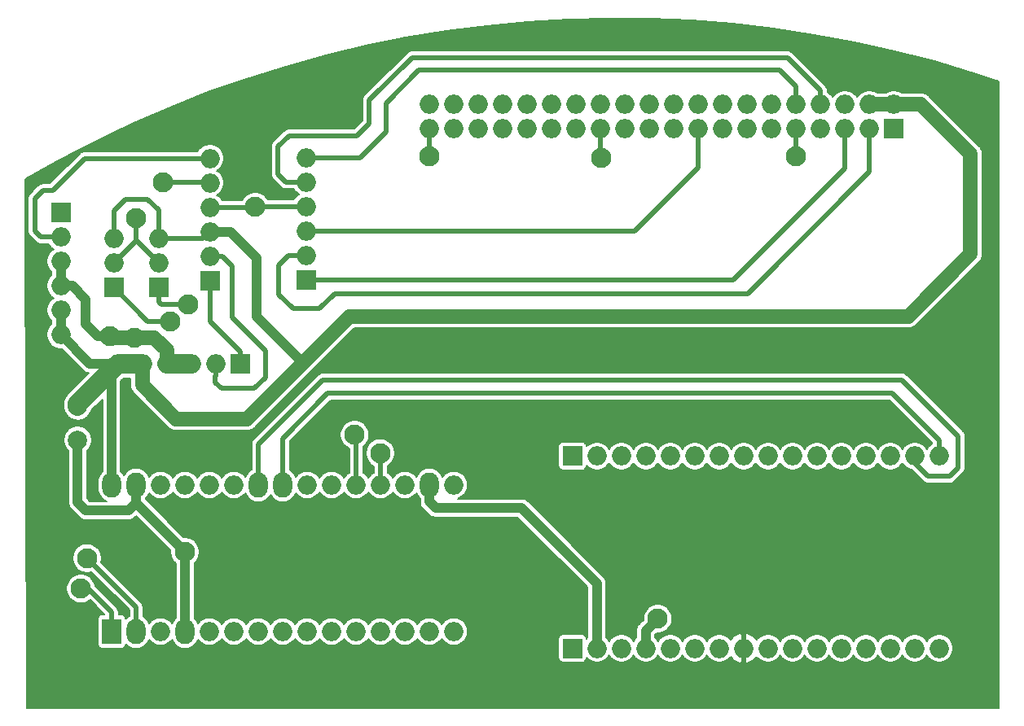
<source format=gbr>
%TF.GenerationSoftware,KiCad,Pcbnew,(5.1.10)-1*%
%TF.CreationDate,2022-01-26T12:47:26+00:00*%
%TF.ProjectId,mike_pcb_control,6d696b65-5f70-4636-925f-636f6e74726f,rev?*%
%TF.SameCoordinates,Original*%
%TF.FileFunction,Copper,L2,Bot*%
%TF.FilePolarity,Positive*%
%FSLAX46Y46*%
G04 Gerber Fmt 4.6, Leading zero omitted, Abs format (unit mm)*
G04 Created by KiCad (PCBNEW (5.1.10)-1) date 2022-01-26 12:47:26*
%MOMM*%
%LPD*%
G01*
G04 APERTURE LIST*
%TA.AperFunction,ComponentPad*%
%ADD10C,2.000000*%
%TD*%
%TA.AperFunction,ComponentPad*%
%ADD11O,2.000000X2.000000*%
%TD*%
%TA.AperFunction,ComponentPad*%
%ADD12R,2.000000X2.000000*%
%TD*%
%TA.AperFunction,ComponentPad*%
%ADD13O,2.000000X2.600000*%
%TD*%
%TA.AperFunction,ComponentPad*%
%ADD14R,2.000000X2.600000*%
%TD*%
%TA.AperFunction,ViaPad*%
%ADD15C,2.100000*%
%TD*%
%TA.AperFunction,Conductor*%
%ADD16C,1.500000*%
%TD*%
%TA.AperFunction,Conductor*%
%ADD17C,1.000000*%
%TD*%
%TA.AperFunction,Conductor*%
%ADD18C,0.500000*%
%TD*%
%TA.AperFunction,Conductor*%
%ADD19C,2.000000*%
%TD*%
%TA.AperFunction,Conductor*%
%ADD20C,0.200000*%
%TD*%
%TA.AperFunction,Conductor*%
%ADD21C,0.100000*%
%TD*%
G04 APERTURE END LIST*
D10*
%TO.P,C1,2*%
%TO.N,GND*%
X90050000Y-37510000D03*
%TO.P,C1,1*%
%TO.N,+5V*%
X90050000Y-34010000D03*
%TD*%
D11*
%TO.P,J5,3*%
%TO.N,+5V*%
X93820000Y-16570000D03*
%TO.P,J5,2*%
%TO.N,GND*%
X93820000Y-19110000D03*
D12*
%TO.P,J5,1*%
%TO.N,A0*%
X93820000Y-21650000D03*
%TD*%
D11*
%TO.P,J3,3*%
%TO.N,+5V*%
X98470000Y-16570000D03*
%TO.P,J3,2*%
%TO.N,GND*%
X98470000Y-19110000D03*
D12*
%TO.P,J3,1*%
%TO.N,A1*%
X98470000Y-21650000D03*
%TD*%
D11*
%TO.P,J2,6*%
%TO.N,+5V*%
X88280000Y-26560000D03*
%TO.P,J2,5*%
X88280000Y-24020000D03*
%TO.P,J2,4*%
%TO.N,GND*%
X88280000Y-21480000D03*
%TO.P,J2,3*%
X88280000Y-18940000D03*
%TO.P,J2,2*%
%TO.N,TX5V*%
X88280000Y-16400000D03*
D12*
%TO.P,J2,1*%
%TO.N,TX-RX_link*%
X88280000Y-13860000D03*
%TD*%
D11*
%TO.P,J4,40*%
%TO.N,Net-(J4-Pad40)*%
X126620000Y-2595000D03*
%TO.P,J4,39*%
%TO.N,GND*%
X126620000Y-5135000D03*
%TO.P,J4,38*%
%TO.N,Net-(J4-Pad38)*%
X129160000Y-2595000D03*
%TO.P,J4,37*%
%TO.N,Net-(J4-Pad37)*%
X129160000Y-5135000D03*
%TO.P,J4,36*%
%TO.N,Net-(J4-Pad36)*%
X131700000Y-2595000D03*
%TO.P,J4,35*%
%TO.N,Net-(J4-Pad35)*%
X131700000Y-5135000D03*
%TO.P,J4,34*%
%TO.N,GND*%
X134240000Y-2595000D03*
%TO.P,J4,33*%
%TO.N,Net-(J4-Pad33)*%
X134240000Y-5135000D03*
%TO.P,J4,32*%
%TO.N,Net-(J4-Pad32)*%
X136780000Y-2595000D03*
%TO.P,J4,31*%
%TO.N,Net-(J4-Pad31)*%
X136780000Y-5135000D03*
%TO.P,J4,30*%
%TO.N,GND*%
X139320000Y-2595000D03*
%TO.P,J4,29*%
%TO.N,Net-(J4-Pad29)*%
X139320000Y-5135000D03*
%TO.P,J4,28*%
%TO.N,Net-(J4-Pad28)*%
X141860000Y-2595000D03*
%TO.P,J4,27*%
%TO.N,Net-(J4-Pad27)*%
X141860000Y-5135000D03*
%TO.P,J4,26*%
%TO.N,Net-(J4-Pad26)*%
X144400000Y-2595000D03*
%TO.P,J4,25*%
%TO.N,GND*%
X144400000Y-5135000D03*
%TO.P,J4,24*%
%TO.N,Net-(J4-Pad24)*%
X146940000Y-2595000D03*
%TO.P,J4,23*%
%TO.N,Net-(J4-Pad23)*%
X146940000Y-5135000D03*
%TO.P,J4,22*%
%TO.N,Net-(J4-Pad22)*%
X149480000Y-2595000D03*
%TO.P,J4,21*%
%TO.N,Net-(J4-Pad21)*%
X149480000Y-5135000D03*
%TO.P,J4,20*%
%TO.N,GND*%
X152020000Y-2595000D03*
%TO.P,J4,19*%
%TO.N,Net-(J4-Pad19)*%
X152020000Y-5135000D03*
%TO.P,J4,18*%
%TO.N,Net-(J4-Pad18)*%
X154560000Y-2595000D03*
%TO.P,J4,17*%
%TO.N,+3V3*%
X154560000Y-5135000D03*
%TO.P,J4,16*%
%TO.N,Net-(J4-Pad16)*%
X157100000Y-2595000D03*
%TO.P,J4,15*%
%TO.N,Net-(J4-Pad15)*%
X157100000Y-5135000D03*
%TO.P,J4,14*%
%TO.N,GND*%
X159640000Y-2595000D03*
%TO.P,J4,13*%
%TO.N,Net-(J4-Pad13)*%
X159640000Y-5135000D03*
%TO.P,J4,12*%
%TO.N,Net-(J4-Pad12)*%
X162180000Y-2595000D03*
%TO.P,J4,11*%
%TO.N,Net-(J4-Pad11)*%
X162180000Y-5135000D03*
%TO.P,J4,10*%
%TO.N,RX3V3*%
X164720000Y-2595000D03*
%TO.P,J4,9*%
%TO.N,GND*%
X164720000Y-5135000D03*
%TO.P,J4,8*%
%TO.N,TX3V3*%
X167260000Y-2595000D03*
%TO.P,J4,7*%
%TO.N,Net-(J4-Pad7)*%
X167260000Y-5135000D03*
%TO.P,J4,6*%
%TO.N,GND*%
X169800000Y-2595000D03*
%TO.P,J4,5*%
%TO.N,SCL3V3*%
X169800000Y-5135000D03*
%TO.P,J4,4*%
%TO.N,+5V*%
X172340000Y-2595000D03*
%TO.P,J4,3*%
%TO.N,SDA3V3*%
X172340000Y-5135000D03*
%TO.P,J4,2*%
%TO.N,+5V*%
X174880000Y-2595000D03*
D12*
%TO.P,J4,1*%
%TO.N,+3V3*%
X174880000Y-5135000D03*
%TD*%
D11*
%TO.P,U4,21*%
%TO.N,Net-(U4-Pad21)*%
X169410000Y-39180000D03*
%TO.P,U4,22*%
%TO.N,Net-(U4-Pad22)*%
X166870000Y-39180000D03*
%TO.P,U4,29*%
%TO.N,Net-(U4-Pad29)*%
X149090000Y-39180000D03*
%TO.P,U4,28*%
%TO.N,Net-(U4-Pad28)*%
X151630000Y-39180000D03*
%TO.P,U4,31*%
%TO.N,Net-(U4-Pad31)*%
X144010000Y-39180000D03*
%TO.P,U4,23*%
%TO.N,Net-(U4-Pad23)*%
X164330000Y-39180000D03*
%TO.P,U4,30*%
%TO.N,Net-(U4-Pad30)*%
X146550000Y-39180000D03*
%TO.P,U4,24*%
%TO.N,Net-(U4-Pad24)*%
X161790000Y-39180000D03*
%TO.P,U4,19*%
%TO.N,Net-(U4-Pad19)*%
X174490000Y-39180000D03*
D12*
%TO.P,U4,32*%
%TO.N,Net-(U4-Pad32)*%
X141470000Y-39180000D03*
D11*
%TO.P,U4,20*%
%TO.N,Net-(U4-Pad20)*%
X171950000Y-39180000D03*
%TO.P,U4,26*%
%TO.N,Net-(U4-Pad26)*%
X156710000Y-39180000D03*
%TO.P,U4,17*%
%TO.N,SDA_IMU*%
X179570000Y-39180000D03*
%TO.P,U4,25*%
%TO.N,Net-(U4-Pad25)*%
X159250000Y-39180000D03*
%TO.P,U4,27*%
%TO.N,Net-(U4-Pad27)*%
X154170000Y-39180000D03*
%TO.P,U4,18*%
%TO.N,SCL_IMU*%
X177030000Y-39180000D03*
%TO.P,U4,16*%
%TO.N,Net-(U4-Pad16)*%
X179570000Y-59180000D03*
%TO.P,U4,15*%
%TO.N,Net-(U4-Pad15)*%
X177030000Y-59180000D03*
%TO.P,U4,14*%
%TO.N,Net-(U4-Pad14)*%
X174490000Y-59180000D03*
%TO.P,U4,13*%
%TO.N,Net-(U4-Pad13)*%
X171950000Y-59180000D03*
%TO.P,U4,12*%
%TO.N,Net-(U4-Pad12)*%
X169410000Y-59180000D03*
%TO.P,U4,11*%
%TO.N,Net-(U4-Pad11)*%
X166870000Y-59180000D03*
%TO.P,U4,10*%
%TO.N,Net-(U4-Pad10)*%
X164330000Y-59180000D03*
%TO.P,U4,9*%
%TO.N,Net-(U4-Pad9)*%
X161790000Y-59180000D03*
%TO.P,U4,8*%
%TO.N,Net-(U4-Pad8)*%
X159250000Y-59180000D03*
%TO.P,U4,7*%
%TO.N,Net-(U4-Pad7)*%
X156710000Y-59180000D03*
%TO.P,U4,6*%
%TO.N,Net-(U4-Pad6)*%
X154170000Y-59180000D03*
%TO.P,U4,5*%
%TO.N,Net-(U4-Pad5)*%
X151630000Y-59180000D03*
%TO.P,U4,4*%
%TO.N,GND*%
X149090000Y-59180000D03*
%TO.P,U4,3*%
%TO.N,Net-(U4-Pad3)*%
X146550000Y-59180000D03*
%TO.P,U4,2*%
%TO.N,+3.3VA*%
X144010000Y-59180000D03*
D12*
%TO.P,U4,1*%
%TO.N,Net-(U4-Pad1)*%
X141470000Y-59180000D03*
%TD*%
D11*
%TO.P,U3,8*%
%TO.N,RX5V*%
X103780000Y-10750000D03*
%TO.P,U3,7*%
%TO.N,TX5V*%
X103780000Y-8210000D03*
%TO.P,U3,10*%
%TO.N,+5V*%
X103780000Y-15830000D03*
%TO.P,U3,11*%
%TO.N,SDA5V*%
X103780000Y-18370000D03*
%TO.P,U3,9*%
%TO.N,GND*%
X103780000Y-13290000D03*
D12*
%TO.P,U3,12*%
%TO.N,SCL5V*%
X103780000Y-20910000D03*
D11*
%TO.P,U3,6*%
%TO.N,RX3V3*%
X113780000Y-8160000D03*
%TO.P,U3,5*%
%TO.N,TX3V3*%
X113780000Y-10700000D03*
%TO.P,U3,4*%
%TO.N,GND*%
X113780000Y-13240000D03*
%TO.P,U3,3*%
%TO.N,+3V3*%
X113780000Y-15780000D03*
%TO.P,U3,2*%
%TO.N,SDA3V3*%
X113780000Y-18320000D03*
D12*
%TO.P,U3,1*%
%TO.N,SCL3V3*%
X113780000Y-20860000D03*
%TD*%
D11*
%TO.P,J1,6*%
%TO.N,+5V*%
X94210000Y-29600000D03*
%TO.P,J1,5*%
X96750000Y-29600000D03*
%TO.P,J1,4*%
%TO.N,GND*%
X99290000Y-29600000D03*
%TO.P,J1,3*%
X101830000Y-29600000D03*
%TO.P,J1,2*%
%TO.N,SDA5V*%
X104370000Y-29600000D03*
D12*
%TO.P,J1,1*%
%TO.N,SCL5V*%
X106910000Y-29600000D03*
%TD*%
D11*
%TO.P,A2,16*%
%TO.N,Net-(A2-Pad16)*%
X129140000Y-42200000D03*
%TO.P,A2,15*%
%TO.N,Net-(A2-Pad15)*%
X129140000Y-57440000D03*
D13*
%TO.P,A2,30*%
%TO.N,+5V*%
X93580000Y-42200000D03*
D11*
%TO.P,A2,14*%
%TO.N,Net-(A2-Pad14)*%
X126600000Y-57440000D03*
D13*
%TO.P,A2,29*%
%TO.N,GND*%
X96120000Y-42200000D03*
D11*
%TO.P,A2,13*%
%TO.N,Net-(A2-Pad13)*%
X124060000Y-57440000D03*
%TO.P,A2,28*%
%TO.N,Net-(A2-Pad28)*%
X98660000Y-42200000D03*
%TO.P,A2,12*%
%TO.N,Net-(A2-Pad12)*%
X121520000Y-57440000D03*
%TO.P,A2,27*%
%TO.N,Net-(A2-Pad27)*%
X101200000Y-42200000D03*
%TO.P,A2,11*%
%TO.N,Net-(A2-Pad11)*%
X118980000Y-57440000D03*
%TO.P,A2,26*%
%TO.N,Net-(A2-Pad26)*%
X103740000Y-42200000D03*
%TO.P,A2,10*%
%TO.N,Net-(A2-Pad10)*%
X116440000Y-57440000D03*
%TO.P,A2,25*%
%TO.N,Net-(A2-Pad25)*%
X106280000Y-42200000D03*
%TO.P,A2,9*%
%TO.N,Net-(A2-Pad9)*%
X113900000Y-57440000D03*
D13*
%TO.P,A2,24*%
%TO.N,SCL_IMU*%
X108820000Y-42200000D03*
D11*
%TO.P,A2,8*%
%TO.N,Net-(A2-Pad8)*%
X111360000Y-57440000D03*
D13*
%TO.P,A2,23*%
%TO.N,SDA_IMU*%
X111360000Y-42200000D03*
D11*
%TO.P,A2,7*%
%TO.N,Net-(A2-Pad7)*%
X108820000Y-57440000D03*
%TO.P,A2,22*%
%TO.N,Net-(A2-Pad22)*%
X113900000Y-42200000D03*
%TO.P,A2,6*%
%TO.N,Net-(A2-Pad6)*%
X106280000Y-57440000D03*
%TO.P,A2,21*%
%TO.N,Net-(A2-Pad21)*%
X116440000Y-42200000D03*
%TO.P,A2,5*%
%TO.N,Net-(A2-Pad5)*%
X103740000Y-57440000D03*
%TO.P,A2,20*%
%TO.N,A1*%
X118980000Y-42200000D03*
D13*
%TO.P,A2,4*%
%TO.N,GND*%
X101200000Y-57440000D03*
D11*
%TO.P,A2,19*%
%TO.N,A0*%
X121520000Y-42200000D03*
%TO.P,A2,3*%
%TO.N,Net-(A2-Pad3)*%
X98660000Y-57440000D03*
%TO.P,A2,18*%
%TO.N,Net-(A2-Pad18)*%
X124060000Y-42200000D03*
D13*
%TO.P,A2,2*%
%TO.N,RX5V*%
X96120000Y-57440000D03*
%TO.P,A2,17*%
%TO.N,+3.3VA*%
X126600000Y-42200000D03*
D14*
%TO.P,A2,1*%
%TO.N,TX-RX_link*%
X93580000Y-57440000D03*
%TD*%
D15*
%TO.N,GND*%
X108500000Y-13280000D03*
X144420000Y-8160000D03*
X126610000Y-7970000D03*
X164710000Y-7970000D03*
X150340000Y-56090000D03*
X96110000Y-14450002D03*
X101200000Y-49151000D03*
X95978000Y-26840000D03*
X93438000Y-26687000D03*
%TO.N,RX5V*%
X91025000Y-49801000D03*
X98899000Y-10685000D03*
%TO.N,A1*%
X101550000Y-23420000D03*
X118838000Y-36974000D03*
%TO.N,A0*%
X99650000Y-25149998D03*
X121505002Y-38879000D03*
%TO.N,TX-RX_link*%
X90390000Y-52976000D03*
%TD*%
D16*
%TO.N,+5V*%
X172340000Y-2595000D02*
X174880000Y-2595000D01*
D17*
X88280000Y-24020000D02*
X88280000Y-26560000D01*
X91320000Y-29600000D02*
X88280000Y-26560000D01*
X94210000Y-29600000D02*
X91320000Y-29600000D01*
D18*
X103040000Y-16570000D02*
X103780000Y-15830000D01*
X98470000Y-16570000D02*
X103040000Y-16570000D01*
X93570000Y-30240000D02*
X94210000Y-29600000D01*
D17*
X93570000Y-42190000D02*
X93570000Y-30240000D01*
D18*
X93580000Y-42200000D02*
X93570000Y-42190000D01*
D19*
X96750000Y-29600000D02*
X94210000Y-29600000D01*
X90050000Y-33760000D02*
X94210000Y-29600000D01*
X90050000Y-34010000D02*
X90050000Y-33760000D01*
D18*
X95010000Y-12470000D02*
X93820000Y-13660000D01*
X97330000Y-12470000D02*
X95010000Y-12470000D01*
X98470000Y-13610000D02*
X97330000Y-12470000D01*
X93820000Y-13660000D02*
X93820000Y-16570000D01*
X98470000Y-16570000D02*
X98470000Y-13610000D01*
D16*
X100263000Y-35323000D02*
X107662000Y-35323000D01*
X96750000Y-31810000D02*
X100263000Y-35323000D01*
X96750000Y-29600000D02*
X96750000Y-31810000D01*
D17*
X103780000Y-15830000D02*
X105949000Y-15830000D01*
X105949000Y-15830000D02*
X108678000Y-18559000D01*
X108678000Y-24655000D02*
X113504000Y-29481000D01*
X108678000Y-18559000D02*
X108678000Y-24655000D01*
D16*
X107662000Y-35323000D02*
X113504000Y-29481000D01*
X177677000Y-2595000D02*
X174880000Y-2595000D01*
X182850000Y-7768000D02*
X177677000Y-2595000D01*
X182850000Y-18174000D02*
X182850000Y-7768000D01*
X118330000Y-24655000D02*
X176369000Y-24655000D01*
X176369000Y-24655000D02*
X182850000Y-18174000D01*
X113504000Y-29481000D02*
X118330000Y-24655000D01*
D19*
%TO.N,GND*%
X101830000Y-29600000D02*
X99290000Y-29600000D01*
D17*
X88280000Y-18940000D02*
X88280000Y-21480000D01*
D18*
X108490000Y-13290000D02*
X108500000Y-13280000D01*
X103780000Y-13290000D02*
X108490000Y-13290000D01*
X108540000Y-13240000D02*
X108500000Y-13280000D01*
X113780000Y-13240000D02*
X108540000Y-13240000D01*
X144400000Y-8140000D02*
X144420000Y-8160000D01*
X144400000Y-5135000D02*
X144400000Y-8140000D01*
X126620000Y-7960000D02*
X126610000Y-7970000D01*
X126620000Y-5135000D02*
X126620000Y-7960000D01*
X164720000Y-7960000D02*
X164710000Y-7970000D01*
X164720000Y-5135000D02*
X164720000Y-7960000D01*
D17*
X149090000Y-57340000D02*
X150340000Y-56090000D01*
X149090000Y-59180000D02*
X149090000Y-57340000D01*
D18*
X93820000Y-19110000D02*
X96110000Y-16820000D01*
X96110000Y-16820000D02*
X96110000Y-14450002D01*
X98470000Y-19110000D02*
X96110000Y-16750000D01*
X96110000Y-16750000D02*
X96110000Y-14450002D01*
D17*
X96120000Y-42200000D02*
X96120000Y-44071000D01*
X96120000Y-44071000D02*
X95343000Y-44848000D01*
X95343000Y-44848000D02*
X90898000Y-44848000D01*
X90050000Y-44000000D02*
X90050000Y-37510000D01*
X90898000Y-44848000D02*
X90050000Y-44000000D01*
X101200000Y-49151000D02*
X96120000Y-44071000D01*
X101200000Y-57440000D02*
X101200000Y-49151000D01*
D16*
X99290000Y-28185787D02*
X97944213Y-26840000D01*
X97944213Y-26840000D02*
X95978000Y-26840000D01*
X99290000Y-29600000D02*
X99290000Y-28185787D01*
X95978000Y-26840000D02*
X93591000Y-26840000D01*
X93591000Y-26840000D02*
X93438000Y-26687000D01*
D17*
X92168000Y-26687000D02*
X93438000Y-26687000D01*
X90898000Y-25417000D02*
X92168000Y-26687000D01*
X90898000Y-22877000D02*
X90898000Y-25417000D01*
X89501000Y-21480000D02*
X90898000Y-22877000D01*
X88280000Y-21480000D02*
X89501000Y-21480000D01*
%TO.N,+3.3VA*%
X126590000Y-43930000D02*
X126590000Y-42210000D01*
X144010000Y-59180000D02*
X144010000Y-52420000D01*
X144010000Y-52420000D02*
X136170000Y-44580000D01*
X126590000Y-42210000D02*
X126600000Y-42200000D01*
X136170000Y-44580000D02*
X127240000Y-44580000D01*
X127240000Y-44580000D02*
X126590000Y-43930000D01*
D18*
%TO.N,+3V3*%
X154560000Y-5135000D02*
X154560000Y-9170000D01*
X147950000Y-15780000D02*
X113780000Y-15780000D01*
X154560000Y-9170000D02*
X147950000Y-15780000D01*
%TO.N,SDA5V*%
X103780000Y-18370000D02*
X104650000Y-18370000D01*
X104370000Y-29600000D02*
X104370000Y-30888000D01*
X104370000Y-30888000D02*
X104360000Y-30898000D01*
X104360000Y-30898000D02*
X104360000Y-31513000D01*
X104360000Y-31513000D02*
X104995000Y-32148000D01*
X104995000Y-32148000D02*
X108424000Y-32148000D01*
X108424000Y-32148000D02*
X109567000Y-31005000D01*
X109567000Y-31005000D02*
X109567000Y-28211000D01*
X109567000Y-28211000D02*
X106138000Y-24782000D01*
X106138000Y-24782000D02*
X106138000Y-19448000D01*
X105060000Y-18370000D02*
X103780000Y-18370000D01*
X106138000Y-19448000D02*
X105060000Y-18370000D01*
%TO.N,SCL5V*%
X106910000Y-29600000D02*
X106910000Y-28348000D01*
X103780000Y-25218000D02*
X103780000Y-20910000D01*
X106910000Y-28348000D02*
X103780000Y-25218000D01*
%TO.N,RX3V3*%
X119360000Y-8160000D02*
X113780000Y-8160000D01*
X122080000Y-5440000D02*
X119360000Y-8160000D01*
X122080000Y-2480000D02*
X122080000Y-5440000D01*
X125510000Y950000D02*
X122080000Y-2480000D01*
X163030000Y950000D02*
X125510000Y950000D01*
X164720000Y-740000D02*
X163030000Y950000D01*
X164720000Y-2595000D02*
X164720000Y-740000D01*
%TO.N,TX3V3*%
X167260000Y-2595000D02*
X167260000Y-1170000D01*
X167260000Y-1170000D02*
X163810000Y2280000D01*
X163810000Y2280000D02*
X124800000Y2280000D01*
X124800000Y2280000D02*
X120330000Y-2190000D01*
X120330000Y-2190000D02*
X120330000Y-4590000D01*
X120330000Y-4590000D02*
X119060000Y-5860000D01*
X119060000Y-5860000D02*
X112010000Y-5860000D01*
X112010000Y-5860000D02*
X110860000Y-7010000D01*
X110860000Y-7010000D02*
X110860000Y-9850000D01*
X111710000Y-10700000D02*
X113780000Y-10700000D01*
X110860000Y-9850000D02*
X111710000Y-10700000D01*
%TO.N,SCL3V3*%
X169800000Y-5135000D02*
X169800000Y-9260000D01*
X169800000Y-9260000D02*
X158200000Y-20860000D01*
X118050000Y-20860000D02*
X113780000Y-20860000D01*
X156950000Y-20860000D02*
X118050000Y-20860000D01*
X158200000Y-20860000D02*
X156950000Y-20860000D01*
%TO.N,SDA3V3*%
X172340000Y-5135000D02*
X172340000Y-9620000D01*
X172340000Y-9620000D02*
X159680000Y-22280000D01*
X159680000Y-22280000D02*
X116760000Y-22280000D01*
X116760000Y-22280000D02*
X115170000Y-23870000D01*
X115170000Y-23870000D02*
X112420000Y-23870000D01*
X112420000Y-23870000D02*
X110900000Y-22350000D01*
X110900000Y-22350000D02*
X110900000Y-19380000D01*
X111960000Y-18320000D02*
X113780000Y-18320000D01*
X110900000Y-19380000D02*
X111960000Y-18320000D01*
%TO.N,RX5V*%
X96120000Y-54896000D02*
X91025000Y-49801000D01*
X96120000Y-57440000D02*
X96120000Y-54896000D01*
X103715000Y-10685000D02*
X103780000Y-10750000D01*
X98899000Y-10685000D02*
X103715000Y-10685000D01*
%TO.N,TX5V*%
X103780000Y-8210000D02*
X90800000Y-8210000D01*
X90800000Y-8210000D02*
X87460000Y-11550000D01*
X87460000Y-11550000D02*
X86440000Y-11550000D01*
X86440000Y-11550000D02*
X85580000Y-12410000D01*
X85580000Y-12410000D02*
X85580000Y-15780000D01*
X86200000Y-16400000D02*
X88280000Y-16400000D01*
X85580000Y-15780000D02*
X86200000Y-16400000D01*
%TO.N,A1*%
X98470000Y-21650000D02*
X98470000Y-23160000D01*
X98470000Y-23160000D02*
X98730000Y-23420000D01*
X98730000Y-23420000D02*
X101550000Y-23420000D01*
X118980000Y-42200000D02*
X118980000Y-37116000D01*
X118980000Y-37116000D02*
X118838000Y-36974000D01*
%TO.N,A0*%
X93820000Y-21650000D02*
X97319998Y-25149998D01*
X97319998Y-25149998D02*
X99650000Y-25149998D01*
X121520000Y-42200000D02*
X121520000Y-38893998D01*
X121520000Y-38893998D02*
X121505002Y-38879000D01*
%TO.N,SCL_IMU*%
X177030000Y-39921000D02*
X177030000Y-39180000D01*
X178401000Y-41292000D02*
X177030000Y-39921000D01*
X180687000Y-41292000D02*
X178401000Y-41292000D01*
X181576000Y-40403000D02*
X180687000Y-41292000D01*
X181576000Y-37101000D02*
X181576000Y-40403000D01*
X175734000Y-31259000D02*
X181576000Y-37101000D01*
X115536000Y-31259000D02*
X175734000Y-31259000D01*
X108820000Y-37975000D02*
X115536000Y-31259000D01*
X108820000Y-42200000D02*
X108820000Y-37975000D01*
%TO.N,SDA_IMU*%
X179570000Y-37508000D02*
X179570000Y-39180000D01*
X174718000Y-32656000D02*
X179570000Y-37508000D01*
X116044000Y-32656000D02*
X174718000Y-32656000D01*
X111360000Y-37340000D02*
X116044000Y-32656000D01*
X111360000Y-42200000D02*
X111360000Y-37340000D01*
%TO.N,TX-RX_link*%
X88280000Y-13860000D02*
X88280000Y-13080000D01*
X93580000Y-57440000D02*
X93580000Y-55404000D01*
X91152000Y-52976000D02*
X90390000Y-52976000D01*
X93580000Y-55404000D02*
X91152000Y-52976000D01*
%TD*%
D20*
%TO.N,Net-(U4-Pad8)*%
X149603113Y6302626D02*
X153864518Y6112232D01*
X158116635Y5773238D01*
X162354385Y5286046D01*
X166572520Y4651261D01*
X170765947Y3869649D01*
X174929511Y2942172D01*
X179058197Y1869946D01*
X183148051Y653956D01*
X185784999Y-217717D01*
X185785001Y-65365000D01*
X84773502Y-65365000D01*
X84613074Y-12410000D01*
X84856517Y-12410000D01*
X84860000Y-12445362D01*
X84860001Y-15744628D01*
X84856517Y-15780000D01*
X84870419Y-15921144D01*
X84911589Y-16056864D01*
X84911590Y-16056865D01*
X84978447Y-16181946D01*
X85068421Y-16291580D01*
X85095890Y-16314123D01*
X85665876Y-16884110D01*
X85688420Y-16911580D01*
X85798054Y-17001554D01*
X85923135Y-17068411D01*
X86016936Y-17096865D01*
X86058855Y-17109581D01*
X86199999Y-17123483D01*
X86235361Y-17120000D01*
X86993135Y-17120000D01*
X87138176Y-17337071D01*
X87342929Y-17541824D01*
X87534759Y-17670000D01*
X87342929Y-17798176D01*
X87138176Y-18002929D01*
X86977303Y-18243694D01*
X86866491Y-18511217D01*
X86810000Y-18795218D01*
X86810000Y-19084782D01*
X86866491Y-19368783D01*
X86977303Y-19636306D01*
X87138176Y-19877071D01*
X87310000Y-20048895D01*
X87310001Y-20371104D01*
X87138176Y-20542929D01*
X86977303Y-20783694D01*
X86866491Y-21051217D01*
X86810000Y-21335218D01*
X86810000Y-21624782D01*
X86866491Y-21908783D01*
X86977303Y-22176306D01*
X87138176Y-22417071D01*
X87342929Y-22621824D01*
X87534759Y-22750000D01*
X87342929Y-22878176D01*
X87138176Y-23082929D01*
X86977303Y-23323694D01*
X86866491Y-23591217D01*
X86810000Y-23875218D01*
X86810000Y-24164782D01*
X86866491Y-24448783D01*
X86977303Y-24716306D01*
X87138176Y-24957071D01*
X87310000Y-25128895D01*
X87310001Y-25451104D01*
X87138176Y-25622929D01*
X86977303Y-25863694D01*
X86866491Y-26131217D01*
X86810000Y-26415218D01*
X86810000Y-26704782D01*
X86866491Y-26988783D01*
X86977303Y-27256306D01*
X87138176Y-27497071D01*
X87342929Y-27701824D01*
X87583694Y-27862697D01*
X87851217Y-27973509D01*
X88135218Y-28030000D01*
X88378213Y-28030000D01*
X90600417Y-30252205D01*
X90630788Y-30289212D01*
X90667794Y-30319582D01*
X90667799Y-30319587D01*
X90778488Y-30410427D01*
X90778490Y-30410428D01*
X90947001Y-30500499D01*
X91129847Y-30555965D01*
X91171080Y-30560026D01*
X89061614Y-32669493D01*
X89005525Y-32715524D01*
X88821826Y-32939361D01*
X88685326Y-33194734D01*
X88601270Y-33471830D01*
X88580000Y-33687790D01*
X88572888Y-33760000D01*
X88580000Y-33832207D01*
X88580000Y-34154782D01*
X88594158Y-34225960D01*
X88601270Y-34298169D01*
X88622332Y-34367603D01*
X88636491Y-34438783D01*
X88664264Y-34505833D01*
X88685326Y-34575265D01*
X88719530Y-34639255D01*
X88747303Y-34706306D01*
X88787625Y-34766652D01*
X88821826Y-34830638D01*
X88867850Y-34886718D01*
X88908176Y-34947071D01*
X88959502Y-34998397D01*
X89005524Y-35054475D01*
X89061603Y-35100498D01*
X89112929Y-35151824D01*
X89173278Y-35192147D01*
X89229361Y-35238174D01*
X89293352Y-35272378D01*
X89353694Y-35312697D01*
X89420740Y-35340469D01*
X89484734Y-35374674D01*
X89554170Y-35395737D01*
X89621217Y-35423509D01*
X89692394Y-35437667D01*
X89761830Y-35458730D01*
X89834041Y-35465842D01*
X89905218Y-35480000D01*
X89977790Y-35480000D01*
X90050000Y-35487112D01*
X90122210Y-35480000D01*
X90194782Y-35480000D01*
X90265960Y-35465842D01*
X90338169Y-35458730D01*
X90407603Y-35437668D01*
X90478783Y-35423509D01*
X90545833Y-35395736D01*
X90615265Y-35374674D01*
X90679255Y-35340470D01*
X90746306Y-35312697D01*
X90806652Y-35272375D01*
X90870638Y-35238174D01*
X90926718Y-35192150D01*
X90987071Y-35151824D01*
X91038397Y-35100498D01*
X91094475Y-35054476D01*
X91140498Y-34998397D01*
X91191824Y-34947071D01*
X91232147Y-34886722D01*
X91278174Y-34830639D01*
X91312378Y-34766648D01*
X91352697Y-34706306D01*
X91380469Y-34639260D01*
X91414674Y-34575266D01*
X91435737Y-34505830D01*
X91463509Y-34438783D01*
X91466836Y-34422057D01*
X92600001Y-33288893D01*
X92600000Y-40802611D01*
X92535524Y-40855525D01*
X92351826Y-41079362D01*
X92215326Y-41334735D01*
X92131270Y-41611831D01*
X92110000Y-41827791D01*
X92110000Y-42572210D01*
X92131270Y-42788170D01*
X92215326Y-43065266D01*
X92351826Y-43320639D01*
X92535525Y-43544476D01*
X92759362Y-43728174D01*
X93014735Y-43864674D01*
X93058665Y-43878000D01*
X91299787Y-43878000D01*
X91020000Y-43598213D01*
X91020000Y-38618895D01*
X91191824Y-38447071D01*
X91352697Y-38206306D01*
X91463509Y-37938783D01*
X91520000Y-37654782D01*
X91520000Y-37365218D01*
X91463509Y-37081217D01*
X91352697Y-36813694D01*
X91191824Y-36572929D01*
X90987071Y-36368176D01*
X90746306Y-36207303D01*
X90478783Y-36096491D01*
X90194782Y-36040000D01*
X89905218Y-36040000D01*
X89621217Y-36096491D01*
X89353694Y-36207303D01*
X89112929Y-36368176D01*
X88908176Y-36572929D01*
X88747303Y-36813694D01*
X88636491Y-37081217D01*
X88580000Y-37365218D01*
X88580000Y-37654782D01*
X88636491Y-37938783D01*
X88747303Y-38206306D01*
X88908176Y-38447071D01*
X89080001Y-38618896D01*
X89080000Y-43952360D01*
X89075308Y-44000000D01*
X89080000Y-44047640D01*
X89080000Y-44047649D01*
X89094035Y-44190152D01*
X89149501Y-44372998D01*
X89239572Y-44541510D01*
X89360788Y-44689212D01*
X89397805Y-44719591D01*
X90178417Y-45500205D01*
X90208788Y-45537212D01*
X90245794Y-45567582D01*
X90245799Y-45567587D01*
X90336860Y-45642318D01*
X90356490Y-45658428D01*
X90525001Y-45748499D01*
X90707847Y-45803965D01*
X90850350Y-45818000D01*
X90850359Y-45818000D01*
X90897999Y-45822692D01*
X90945639Y-45818000D01*
X95295360Y-45818000D01*
X95343000Y-45822692D01*
X95390640Y-45818000D01*
X95390650Y-45818000D01*
X95533153Y-45803965D01*
X95715999Y-45748499D01*
X95884510Y-45658428D01*
X96032212Y-45537212D01*
X96062591Y-45500195D01*
X96120000Y-45442786D01*
X99680000Y-49002787D01*
X99680000Y-49300707D01*
X99738412Y-49594368D01*
X99852993Y-49870990D01*
X100019339Y-50119944D01*
X100230001Y-50330606D01*
X100230000Y-56034404D01*
X100155524Y-56095525D01*
X99971826Y-56319362D01*
X99841760Y-56562698D01*
X99801824Y-56502929D01*
X99597071Y-56298176D01*
X99356306Y-56137303D01*
X99088783Y-56026491D01*
X98804782Y-55970000D01*
X98515218Y-55970000D01*
X98231217Y-56026491D01*
X97963694Y-56137303D01*
X97722929Y-56298176D01*
X97518176Y-56502929D01*
X97478240Y-56562697D01*
X97348174Y-56319361D01*
X97164475Y-56095524D01*
X96940638Y-55911826D01*
X96840000Y-55858034D01*
X96840000Y-54931361D01*
X96843483Y-54895999D01*
X96829581Y-54754855D01*
X96811248Y-54694419D01*
X96788411Y-54619135D01*
X96721554Y-54494054D01*
X96631580Y-54384420D01*
X96604110Y-54361876D01*
X92486590Y-50244357D01*
X92545000Y-49950707D01*
X92545000Y-49651293D01*
X92486588Y-49357632D01*
X92372007Y-49081010D01*
X92205661Y-48832056D01*
X91993944Y-48620339D01*
X91744990Y-48453993D01*
X91468368Y-48339412D01*
X91174707Y-48281000D01*
X90875293Y-48281000D01*
X90581632Y-48339412D01*
X90305010Y-48453993D01*
X90056056Y-48620339D01*
X89844339Y-48832056D01*
X89677993Y-49081010D01*
X89563412Y-49357632D01*
X89505000Y-49651293D01*
X89505000Y-49950707D01*
X89563412Y-50244368D01*
X89677993Y-50520990D01*
X89844339Y-50769944D01*
X90056056Y-50981661D01*
X90305010Y-51148007D01*
X90581632Y-51262588D01*
X90875293Y-51321000D01*
X91174707Y-51321000D01*
X91468357Y-51262590D01*
X95400001Y-55194235D01*
X95400001Y-55858033D01*
X95299361Y-55911826D01*
X95075524Y-56095525D01*
X95050854Y-56125585D01*
X95043199Y-56047864D01*
X95016324Y-55959269D01*
X94972681Y-55877619D01*
X94913948Y-55806052D01*
X94842381Y-55747319D01*
X94760731Y-55703676D01*
X94672136Y-55676801D01*
X94580000Y-55667726D01*
X94300000Y-55667726D01*
X94300000Y-55439362D01*
X94303483Y-55404000D01*
X94289581Y-55262856D01*
X94248411Y-55127135D01*
X94200310Y-55037144D01*
X94181554Y-55002054D01*
X94091580Y-54892420D01*
X94064105Y-54869872D01*
X91882557Y-52688324D01*
X91851588Y-52532632D01*
X91737007Y-52256010D01*
X91570661Y-52007056D01*
X91358944Y-51795339D01*
X91109990Y-51628993D01*
X90833368Y-51514412D01*
X90539707Y-51456000D01*
X90240293Y-51456000D01*
X89946632Y-51514412D01*
X89670010Y-51628993D01*
X89421056Y-51795339D01*
X89209339Y-52007056D01*
X89042993Y-52256010D01*
X88928412Y-52532632D01*
X88870000Y-52826293D01*
X88870000Y-53125707D01*
X88928412Y-53419368D01*
X89042993Y-53695990D01*
X89209339Y-53944944D01*
X89421056Y-54156661D01*
X89670010Y-54323007D01*
X89946632Y-54437588D01*
X90240293Y-54496000D01*
X90539707Y-54496000D01*
X90833368Y-54437588D01*
X91109990Y-54323007D01*
X91332259Y-54174492D01*
X92825493Y-55667726D01*
X92580000Y-55667726D01*
X92487864Y-55676801D01*
X92399269Y-55703676D01*
X92317619Y-55747319D01*
X92246052Y-55806052D01*
X92187319Y-55877619D01*
X92143676Y-55959269D01*
X92116801Y-56047864D01*
X92107726Y-56140000D01*
X92107726Y-58740000D01*
X92116801Y-58832136D01*
X92143676Y-58920731D01*
X92187319Y-59002381D01*
X92246052Y-59073948D01*
X92317619Y-59132681D01*
X92399269Y-59176324D01*
X92487864Y-59203199D01*
X92580000Y-59212274D01*
X94580000Y-59212274D01*
X94672136Y-59203199D01*
X94760731Y-59176324D01*
X94842381Y-59132681D01*
X94913948Y-59073948D01*
X94972681Y-59002381D01*
X95016324Y-58920731D01*
X95043199Y-58832136D01*
X95050854Y-58754415D01*
X95075525Y-58784476D01*
X95299362Y-58968174D01*
X95554735Y-59104674D01*
X95831831Y-59188730D01*
X96120000Y-59217112D01*
X96408170Y-59188730D01*
X96685266Y-59104674D01*
X96940639Y-58968174D01*
X97164476Y-58784476D01*
X97348174Y-58560639D01*
X97478240Y-58317303D01*
X97518176Y-58377071D01*
X97722929Y-58581824D01*
X97963694Y-58742697D01*
X98231217Y-58853509D01*
X98515218Y-58910000D01*
X98804782Y-58910000D01*
X99088783Y-58853509D01*
X99356306Y-58742697D01*
X99597071Y-58581824D01*
X99801824Y-58377071D01*
X99841760Y-58317303D01*
X99971826Y-58560639D01*
X100155525Y-58784476D01*
X100379362Y-58968174D01*
X100634735Y-59104674D01*
X100911831Y-59188730D01*
X101200000Y-59217112D01*
X101488170Y-59188730D01*
X101765266Y-59104674D01*
X102020639Y-58968174D01*
X102244476Y-58784476D01*
X102428174Y-58560639D01*
X102558240Y-58317303D01*
X102598176Y-58377071D01*
X102802929Y-58581824D01*
X103043694Y-58742697D01*
X103311217Y-58853509D01*
X103595218Y-58910000D01*
X103884782Y-58910000D01*
X104168783Y-58853509D01*
X104436306Y-58742697D01*
X104677071Y-58581824D01*
X104881824Y-58377071D01*
X105010000Y-58185241D01*
X105138176Y-58377071D01*
X105342929Y-58581824D01*
X105583694Y-58742697D01*
X105851217Y-58853509D01*
X106135218Y-58910000D01*
X106424782Y-58910000D01*
X106708783Y-58853509D01*
X106976306Y-58742697D01*
X107217071Y-58581824D01*
X107421824Y-58377071D01*
X107550000Y-58185241D01*
X107678176Y-58377071D01*
X107882929Y-58581824D01*
X108123694Y-58742697D01*
X108391217Y-58853509D01*
X108675218Y-58910000D01*
X108964782Y-58910000D01*
X109248783Y-58853509D01*
X109516306Y-58742697D01*
X109757071Y-58581824D01*
X109961824Y-58377071D01*
X110090000Y-58185241D01*
X110218176Y-58377071D01*
X110422929Y-58581824D01*
X110663694Y-58742697D01*
X110931217Y-58853509D01*
X111215218Y-58910000D01*
X111504782Y-58910000D01*
X111788783Y-58853509D01*
X112056306Y-58742697D01*
X112297071Y-58581824D01*
X112501824Y-58377071D01*
X112630000Y-58185241D01*
X112758176Y-58377071D01*
X112962929Y-58581824D01*
X113203694Y-58742697D01*
X113471217Y-58853509D01*
X113755218Y-58910000D01*
X114044782Y-58910000D01*
X114328783Y-58853509D01*
X114596306Y-58742697D01*
X114837071Y-58581824D01*
X115041824Y-58377071D01*
X115170000Y-58185241D01*
X115298176Y-58377071D01*
X115502929Y-58581824D01*
X115743694Y-58742697D01*
X116011217Y-58853509D01*
X116295218Y-58910000D01*
X116584782Y-58910000D01*
X116868783Y-58853509D01*
X117136306Y-58742697D01*
X117377071Y-58581824D01*
X117581824Y-58377071D01*
X117710000Y-58185241D01*
X117838176Y-58377071D01*
X118042929Y-58581824D01*
X118283694Y-58742697D01*
X118551217Y-58853509D01*
X118835218Y-58910000D01*
X119124782Y-58910000D01*
X119408783Y-58853509D01*
X119676306Y-58742697D01*
X119917071Y-58581824D01*
X120121824Y-58377071D01*
X120250000Y-58185241D01*
X120378176Y-58377071D01*
X120582929Y-58581824D01*
X120823694Y-58742697D01*
X121091217Y-58853509D01*
X121375218Y-58910000D01*
X121664782Y-58910000D01*
X121948783Y-58853509D01*
X122216306Y-58742697D01*
X122457071Y-58581824D01*
X122661824Y-58377071D01*
X122790000Y-58185241D01*
X122918176Y-58377071D01*
X123122929Y-58581824D01*
X123363694Y-58742697D01*
X123631217Y-58853509D01*
X123915218Y-58910000D01*
X124204782Y-58910000D01*
X124488783Y-58853509D01*
X124756306Y-58742697D01*
X124997071Y-58581824D01*
X125201824Y-58377071D01*
X125330000Y-58185241D01*
X125458176Y-58377071D01*
X125662929Y-58581824D01*
X125903694Y-58742697D01*
X126171217Y-58853509D01*
X126455218Y-58910000D01*
X126744782Y-58910000D01*
X127028783Y-58853509D01*
X127296306Y-58742697D01*
X127537071Y-58581824D01*
X127741824Y-58377071D01*
X127870000Y-58185241D01*
X127998176Y-58377071D01*
X128202929Y-58581824D01*
X128443694Y-58742697D01*
X128711217Y-58853509D01*
X128995218Y-58910000D01*
X129284782Y-58910000D01*
X129568783Y-58853509D01*
X129836306Y-58742697D01*
X130077071Y-58581824D01*
X130281824Y-58377071D01*
X130442697Y-58136306D01*
X130553509Y-57868783D01*
X130610000Y-57584782D01*
X130610000Y-57295218D01*
X130553509Y-57011217D01*
X130442697Y-56743694D01*
X130281824Y-56502929D01*
X130077071Y-56298176D01*
X129836306Y-56137303D01*
X129568783Y-56026491D01*
X129284782Y-55970000D01*
X128995218Y-55970000D01*
X128711217Y-56026491D01*
X128443694Y-56137303D01*
X128202929Y-56298176D01*
X127998176Y-56502929D01*
X127870000Y-56694759D01*
X127741824Y-56502929D01*
X127537071Y-56298176D01*
X127296306Y-56137303D01*
X127028783Y-56026491D01*
X126744782Y-55970000D01*
X126455218Y-55970000D01*
X126171217Y-56026491D01*
X125903694Y-56137303D01*
X125662929Y-56298176D01*
X125458176Y-56502929D01*
X125330000Y-56694759D01*
X125201824Y-56502929D01*
X124997071Y-56298176D01*
X124756306Y-56137303D01*
X124488783Y-56026491D01*
X124204782Y-55970000D01*
X123915218Y-55970000D01*
X123631217Y-56026491D01*
X123363694Y-56137303D01*
X123122929Y-56298176D01*
X122918176Y-56502929D01*
X122790000Y-56694759D01*
X122661824Y-56502929D01*
X122457071Y-56298176D01*
X122216306Y-56137303D01*
X121948783Y-56026491D01*
X121664782Y-55970000D01*
X121375218Y-55970000D01*
X121091217Y-56026491D01*
X120823694Y-56137303D01*
X120582929Y-56298176D01*
X120378176Y-56502929D01*
X120250000Y-56694759D01*
X120121824Y-56502929D01*
X119917071Y-56298176D01*
X119676306Y-56137303D01*
X119408783Y-56026491D01*
X119124782Y-55970000D01*
X118835218Y-55970000D01*
X118551217Y-56026491D01*
X118283694Y-56137303D01*
X118042929Y-56298176D01*
X117838176Y-56502929D01*
X117710000Y-56694759D01*
X117581824Y-56502929D01*
X117377071Y-56298176D01*
X117136306Y-56137303D01*
X116868783Y-56026491D01*
X116584782Y-55970000D01*
X116295218Y-55970000D01*
X116011217Y-56026491D01*
X115743694Y-56137303D01*
X115502929Y-56298176D01*
X115298176Y-56502929D01*
X115170000Y-56694759D01*
X115041824Y-56502929D01*
X114837071Y-56298176D01*
X114596306Y-56137303D01*
X114328783Y-56026491D01*
X114044782Y-55970000D01*
X113755218Y-55970000D01*
X113471217Y-56026491D01*
X113203694Y-56137303D01*
X112962929Y-56298176D01*
X112758176Y-56502929D01*
X112630000Y-56694759D01*
X112501824Y-56502929D01*
X112297071Y-56298176D01*
X112056306Y-56137303D01*
X111788783Y-56026491D01*
X111504782Y-55970000D01*
X111215218Y-55970000D01*
X110931217Y-56026491D01*
X110663694Y-56137303D01*
X110422929Y-56298176D01*
X110218176Y-56502929D01*
X110090000Y-56694759D01*
X109961824Y-56502929D01*
X109757071Y-56298176D01*
X109516306Y-56137303D01*
X109248783Y-56026491D01*
X108964782Y-55970000D01*
X108675218Y-55970000D01*
X108391217Y-56026491D01*
X108123694Y-56137303D01*
X107882929Y-56298176D01*
X107678176Y-56502929D01*
X107550000Y-56694759D01*
X107421824Y-56502929D01*
X107217071Y-56298176D01*
X106976306Y-56137303D01*
X106708783Y-56026491D01*
X106424782Y-55970000D01*
X106135218Y-55970000D01*
X105851217Y-56026491D01*
X105583694Y-56137303D01*
X105342929Y-56298176D01*
X105138176Y-56502929D01*
X105010000Y-56694759D01*
X104881824Y-56502929D01*
X104677071Y-56298176D01*
X104436306Y-56137303D01*
X104168783Y-56026491D01*
X103884782Y-55970000D01*
X103595218Y-55970000D01*
X103311217Y-56026491D01*
X103043694Y-56137303D01*
X102802929Y-56298176D01*
X102598176Y-56502929D01*
X102558240Y-56562697D01*
X102428174Y-56319361D01*
X102244475Y-56095524D01*
X102170000Y-56034404D01*
X102170000Y-50330605D01*
X102380661Y-50119944D01*
X102547007Y-49870990D01*
X102661588Y-49594368D01*
X102720000Y-49300707D01*
X102720000Y-49001293D01*
X102661588Y-48707632D01*
X102547007Y-48431010D01*
X102380661Y-48182056D01*
X102168944Y-47970339D01*
X101919990Y-47803993D01*
X101643368Y-47689412D01*
X101349707Y-47631000D01*
X101051787Y-47631000D01*
X97090000Y-43669214D01*
X97090000Y-43605597D01*
X97164476Y-43544476D01*
X97348174Y-43320639D01*
X97478240Y-43077303D01*
X97518176Y-43137071D01*
X97722929Y-43341824D01*
X97963694Y-43502697D01*
X98231217Y-43613509D01*
X98515218Y-43670000D01*
X98804782Y-43670000D01*
X99088783Y-43613509D01*
X99356306Y-43502697D01*
X99597071Y-43341824D01*
X99801824Y-43137071D01*
X99930000Y-42945241D01*
X100058176Y-43137071D01*
X100262929Y-43341824D01*
X100503694Y-43502697D01*
X100771217Y-43613509D01*
X101055218Y-43670000D01*
X101344782Y-43670000D01*
X101628783Y-43613509D01*
X101896306Y-43502697D01*
X102137071Y-43341824D01*
X102341824Y-43137071D01*
X102470000Y-42945241D01*
X102598176Y-43137071D01*
X102802929Y-43341824D01*
X103043694Y-43502697D01*
X103311217Y-43613509D01*
X103595218Y-43670000D01*
X103884782Y-43670000D01*
X104168783Y-43613509D01*
X104436306Y-43502697D01*
X104677071Y-43341824D01*
X104881824Y-43137071D01*
X105010000Y-42945241D01*
X105138176Y-43137071D01*
X105342929Y-43341824D01*
X105583694Y-43502697D01*
X105851217Y-43613509D01*
X106135218Y-43670000D01*
X106424782Y-43670000D01*
X106708783Y-43613509D01*
X106976306Y-43502697D01*
X107217071Y-43341824D01*
X107421824Y-43137071D01*
X107461760Y-43077303D01*
X107591826Y-43320639D01*
X107775525Y-43544476D01*
X107999362Y-43728174D01*
X108254735Y-43864674D01*
X108531831Y-43948730D01*
X108820000Y-43977112D01*
X109108170Y-43948730D01*
X109385266Y-43864674D01*
X109640639Y-43728174D01*
X109864476Y-43544476D01*
X110048174Y-43320639D01*
X110090000Y-43242388D01*
X110131826Y-43320639D01*
X110315525Y-43544476D01*
X110539362Y-43728174D01*
X110794735Y-43864674D01*
X111071831Y-43948730D01*
X111360000Y-43977112D01*
X111648170Y-43948730D01*
X111925266Y-43864674D01*
X112180639Y-43728174D01*
X112404476Y-43544476D01*
X112588174Y-43320639D01*
X112718240Y-43077303D01*
X112758176Y-43137071D01*
X112962929Y-43341824D01*
X113203694Y-43502697D01*
X113471217Y-43613509D01*
X113755218Y-43670000D01*
X114044782Y-43670000D01*
X114328783Y-43613509D01*
X114596306Y-43502697D01*
X114837071Y-43341824D01*
X115041824Y-43137071D01*
X115170000Y-42945241D01*
X115298176Y-43137071D01*
X115502929Y-43341824D01*
X115743694Y-43502697D01*
X116011217Y-43613509D01*
X116295218Y-43670000D01*
X116584782Y-43670000D01*
X116868783Y-43613509D01*
X117136306Y-43502697D01*
X117377071Y-43341824D01*
X117581824Y-43137071D01*
X117710000Y-42945241D01*
X117838176Y-43137071D01*
X118042929Y-43341824D01*
X118283694Y-43502697D01*
X118551217Y-43613509D01*
X118835218Y-43670000D01*
X119124782Y-43670000D01*
X119408783Y-43613509D01*
X119676306Y-43502697D01*
X119917071Y-43341824D01*
X120121824Y-43137071D01*
X120250000Y-42945241D01*
X120378176Y-43137071D01*
X120582929Y-43341824D01*
X120823694Y-43502697D01*
X121091217Y-43613509D01*
X121375218Y-43670000D01*
X121664782Y-43670000D01*
X121948783Y-43613509D01*
X122216306Y-43502697D01*
X122457071Y-43341824D01*
X122661824Y-43137071D01*
X122790000Y-42945241D01*
X122918176Y-43137071D01*
X123122929Y-43341824D01*
X123363694Y-43502697D01*
X123631217Y-43613509D01*
X123915218Y-43670000D01*
X124204782Y-43670000D01*
X124488783Y-43613509D01*
X124756306Y-43502697D01*
X124997071Y-43341824D01*
X125201824Y-43137071D01*
X125241760Y-43077303D01*
X125371826Y-43320639D01*
X125555525Y-43544476D01*
X125620000Y-43597389D01*
X125620000Y-43882360D01*
X125615308Y-43930000D01*
X125620000Y-43977640D01*
X125620000Y-43977649D01*
X125634035Y-44120152D01*
X125689501Y-44302998D01*
X125779572Y-44471510D01*
X125900788Y-44619212D01*
X125937806Y-44649592D01*
X126520408Y-45232194D01*
X126550788Y-45269212D01*
X126698490Y-45390428D01*
X126867001Y-45480499D01*
X127049847Y-45535965D01*
X127192350Y-45550000D01*
X127192352Y-45550000D01*
X127240000Y-45554693D01*
X127287647Y-45550000D01*
X135768214Y-45550000D01*
X143040001Y-52821788D01*
X143040000Y-58071105D01*
X142941273Y-58169832D01*
X142933199Y-58087864D01*
X142906324Y-57999269D01*
X142862681Y-57917619D01*
X142803948Y-57846052D01*
X142732381Y-57787319D01*
X142650731Y-57743676D01*
X142562136Y-57716801D01*
X142470000Y-57707726D01*
X140470000Y-57707726D01*
X140377864Y-57716801D01*
X140289269Y-57743676D01*
X140207619Y-57787319D01*
X140136052Y-57846052D01*
X140077319Y-57917619D01*
X140033676Y-57999269D01*
X140006801Y-58087864D01*
X139997726Y-58180000D01*
X139997726Y-60180000D01*
X140006801Y-60272136D01*
X140033676Y-60360731D01*
X140077319Y-60442381D01*
X140136052Y-60513948D01*
X140207619Y-60572681D01*
X140289269Y-60616324D01*
X140377864Y-60643199D01*
X140470000Y-60652274D01*
X142470000Y-60652274D01*
X142562136Y-60643199D01*
X142650731Y-60616324D01*
X142732381Y-60572681D01*
X142803948Y-60513948D01*
X142862681Y-60442381D01*
X142906324Y-60360731D01*
X142933199Y-60272136D01*
X142941273Y-60190168D01*
X143072929Y-60321824D01*
X143313694Y-60482697D01*
X143581217Y-60593509D01*
X143865218Y-60650000D01*
X144154782Y-60650000D01*
X144438783Y-60593509D01*
X144706306Y-60482697D01*
X144947071Y-60321824D01*
X145151824Y-60117071D01*
X145280000Y-59925241D01*
X145408176Y-60117071D01*
X145612929Y-60321824D01*
X145853694Y-60482697D01*
X146121217Y-60593509D01*
X146405218Y-60650000D01*
X146694782Y-60650000D01*
X146978783Y-60593509D01*
X147246306Y-60482697D01*
X147487071Y-60321824D01*
X147691824Y-60117071D01*
X147820000Y-59925241D01*
X147948176Y-60117071D01*
X148152929Y-60321824D01*
X148393694Y-60482697D01*
X148661217Y-60593509D01*
X148945218Y-60650000D01*
X149234782Y-60650000D01*
X149518783Y-60593509D01*
X149786306Y-60482697D01*
X150027071Y-60321824D01*
X150231824Y-60117071D01*
X150360000Y-59925241D01*
X150488176Y-60117071D01*
X150692929Y-60321824D01*
X150933694Y-60482697D01*
X151201217Y-60593509D01*
X151485218Y-60650000D01*
X151774782Y-60650000D01*
X152058783Y-60593509D01*
X152326306Y-60482697D01*
X152567071Y-60321824D01*
X152771824Y-60117071D01*
X152900000Y-59925241D01*
X153028176Y-60117071D01*
X153232929Y-60321824D01*
X153473694Y-60482697D01*
X153741217Y-60593509D01*
X154025218Y-60650000D01*
X154314782Y-60650000D01*
X154598783Y-60593509D01*
X154866306Y-60482697D01*
X155107071Y-60321824D01*
X155311824Y-60117071D01*
X155440000Y-59925241D01*
X155568176Y-60117071D01*
X155772929Y-60321824D01*
X156013694Y-60482697D01*
X156281217Y-60593509D01*
X156565218Y-60650000D01*
X156854782Y-60650000D01*
X157138783Y-60593509D01*
X157406306Y-60482697D01*
X157647071Y-60321824D01*
X157851824Y-60117071D01*
X157906471Y-60035286D01*
X157970154Y-60140215D01*
X158182075Y-60371450D01*
X158435035Y-60556898D01*
X158719314Y-60689433D01*
X158852654Y-60729876D01*
X159100000Y-60622221D01*
X159100000Y-59330000D01*
X159080000Y-59330000D01*
X159080000Y-59030000D01*
X159100000Y-59030000D01*
X159100000Y-57737779D01*
X159400000Y-57737779D01*
X159400000Y-59030000D01*
X159420000Y-59030000D01*
X159420000Y-59330000D01*
X159400000Y-59330000D01*
X159400000Y-60622221D01*
X159647346Y-60729876D01*
X159780686Y-60689433D01*
X160064965Y-60556898D01*
X160317925Y-60371450D01*
X160529846Y-60140215D01*
X160593529Y-60035286D01*
X160648176Y-60117071D01*
X160852929Y-60321824D01*
X161093694Y-60482697D01*
X161361217Y-60593509D01*
X161645218Y-60650000D01*
X161934782Y-60650000D01*
X162218783Y-60593509D01*
X162486306Y-60482697D01*
X162727071Y-60321824D01*
X162931824Y-60117071D01*
X163060000Y-59925241D01*
X163188176Y-60117071D01*
X163392929Y-60321824D01*
X163633694Y-60482697D01*
X163901217Y-60593509D01*
X164185218Y-60650000D01*
X164474782Y-60650000D01*
X164758783Y-60593509D01*
X165026306Y-60482697D01*
X165267071Y-60321824D01*
X165471824Y-60117071D01*
X165600000Y-59925241D01*
X165728176Y-60117071D01*
X165932929Y-60321824D01*
X166173694Y-60482697D01*
X166441217Y-60593509D01*
X166725218Y-60650000D01*
X167014782Y-60650000D01*
X167298783Y-60593509D01*
X167566306Y-60482697D01*
X167807071Y-60321824D01*
X168011824Y-60117071D01*
X168140000Y-59925241D01*
X168268176Y-60117071D01*
X168472929Y-60321824D01*
X168713694Y-60482697D01*
X168981217Y-60593509D01*
X169265218Y-60650000D01*
X169554782Y-60650000D01*
X169838783Y-60593509D01*
X170106306Y-60482697D01*
X170347071Y-60321824D01*
X170551824Y-60117071D01*
X170680000Y-59925241D01*
X170808176Y-60117071D01*
X171012929Y-60321824D01*
X171253694Y-60482697D01*
X171521217Y-60593509D01*
X171805218Y-60650000D01*
X172094782Y-60650000D01*
X172378783Y-60593509D01*
X172646306Y-60482697D01*
X172887071Y-60321824D01*
X173091824Y-60117071D01*
X173220000Y-59925241D01*
X173348176Y-60117071D01*
X173552929Y-60321824D01*
X173793694Y-60482697D01*
X174061217Y-60593509D01*
X174345218Y-60650000D01*
X174634782Y-60650000D01*
X174918783Y-60593509D01*
X175186306Y-60482697D01*
X175427071Y-60321824D01*
X175631824Y-60117071D01*
X175760000Y-59925241D01*
X175888176Y-60117071D01*
X176092929Y-60321824D01*
X176333694Y-60482697D01*
X176601217Y-60593509D01*
X176885218Y-60650000D01*
X177174782Y-60650000D01*
X177458783Y-60593509D01*
X177726306Y-60482697D01*
X177967071Y-60321824D01*
X178171824Y-60117071D01*
X178300000Y-59925241D01*
X178428176Y-60117071D01*
X178632929Y-60321824D01*
X178873694Y-60482697D01*
X179141217Y-60593509D01*
X179425218Y-60650000D01*
X179714782Y-60650000D01*
X179998783Y-60593509D01*
X180266306Y-60482697D01*
X180507071Y-60321824D01*
X180711824Y-60117071D01*
X180872697Y-59876306D01*
X180983509Y-59608783D01*
X181040000Y-59324782D01*
X181040000Y-59035218D01*
X180983509Y-58751217D01*
X180872697Y-58483694D01*
X180711824Y-58242929D01*
X180507071Y-58038176D01*
X180266306Y-57877303D01*
X179998783Y-57766491D01*
X179714782Y-57710000D01*
X179425218Y-57710000D01*
X179141217Y-57766491D01*
X178873694Y-57877303D01*
X178632929Y-58038176D01*
X178428176Y-58242929D01*
X178300000Y-58434759D01*
X178171824Y-58242929D01*
X177967071Y-58038176D01*
X177726306Y-57877303D01*
X177458783Y-57766491D01*
X177174782Y-57710000D01*
X176885218Y-57710000D01*
X176601217Y-57766491D01*
X176333694Y-57877303D01*
X176092929Y-58038176D01*
X175888176Y-58242929D01*
X175760000Y-58434759D01*
X175631824Y-58242929D01*
X175427071Y-58038176D01*
X175186306Y-57877303D01*
X174918783Y-57766491D01*
X174634782Y-57710000D01*
X174345218Y-57710000D01*
X174061217Y-57766491D01*
X173793694Y-57877303D01*
X173552929Y-58038176D01*
X173348176Y-58242929D01*
X173220000Y-58434759D01*
X173091824Y-58242929D01*
X172887071Y-58038176D01*
X172646306Y-57877303D01*
X172378783Y-57766491D01*
X172094782Y-57710000D01*
X171805218Y-57710000D01*
X171521217Y-57766491D01*
X171253694Y-57877303D01*
X171012929Y-58038176D01*
X170808176Y-58242929D01*
X170680000Y-58434759D01*
X170551824Y-58242929D01*
X170347071Y-58038176D01*
X170106306Y-57877303D01*
X169838783Y-57766491D01*
X169554782Y-57710000D01*
X169265218Y-57710000D01*
X168981217Y-57766491D01*
X168713694Y-57877303D01*
X168472929Y-58038176D01*
X168268176Y-58242929D01*
X168140000Y-58434759D01*
X168011824Y-58242929D01*
X167807071Y-58038176D01*
X167566306Y-57877303D01*
X167298783Y-57766491D01*
X167014782Y-57710000D01*
X166725218Y-57710000D01*
X166441217Y-57766491D01*
X166173694Y-57877303D01*
X165932929Y-58038176D01*
X165728176Y-58242929D01*
X165600000Y-58434759D01*
X165471824Y-58242929D01*
X165267071Y-58038176D01*
X165026306Y-57877303D01*
X164758783Y-57766491D01*
X164474782Y-57710000D01*
X164185218Y-57710000D01*
X163901217Y-57766491D01*
X163633694Y-57877303D01*
X163392929Y-58038176D01*
X163188176Y-58242929D01*
X163060000Y-58434759D01*
X162931824Y-58242929D01*
X162727071Y-58038176D01*
X162486306Y-57877303D01*
X162218783Y-57766491D01*
X161934782Y-57710000D01*
X161645218Y-57710000D01*
X161361217Y-57766491D01*
X161093694Y-57877303D01*
X160852929Y-58038176D01*
X160648176Y-58242929D01*
X160593529Y-58324714D01*
X160529846Y-58219785D01*
X160317925Y-57988550D01*
X160064965Y-57803102D01*
X159780686Y-57670567D01*
X159647346Y-57630124D01*
X159400000Y-57737779D01*
X159100000Y-57737779D01*
X158852654Y-57630124D01*
X158719314Y-57670567D01*
X158435035Y-57803102D01*
X158182075Y-57988550D01*
X157970154Y-58219785D01*
X157906471Y-58324714D01*
X157851824Y-58242929D01*
X157647071Y-58038176D01*
X157406306Y-57877303D01*
X157138783Y-57766491D01*
X156854782Y-57710000D01*
X156565218Y-57710000D01*
X156281217Y-57766491D01*
X156013694Y-57877303D01*
X155772929Y-58038176D01*
X155568176Y-58242929D01*
X155440000Y-58434759D01*
X155311824Y-58242929D01*
X155107071Y-58038176D01*
X154866306Y-57877303D01*
X154598783Y-57766491D01*
X154314782Y-57710000D01*
X154025218Y-57710000D01*
X153741217Y-57766491D01*
X153473694Y-57877303D01*
X153232929Y-58038176D01*
X153028176Y-58242929D01*
X152900000Y-58434759D01*
X152771824Y-58242929D01*
X152567071Y-58038176D01*
X152326306Y-57877303D01*
X152058783Y-57766491D01*
X151774782Y-57710000D01*
X151485218Y-57710000D01*
X151201217Y-57766491D01*
X150933694Y-57877303D01*
X150692929Y-58038176D01*
X150488176Y-58242929D01*
X150360000Y-58434759D01*
X150231824Y-58242929D01*
X150060000Y-58071105D01*
X150060000Y-57741786D01*
X150191786Y-57610000D01*
X150489707Y-57610000D01*
X150783368Y-57551588D01*
X151059990Y-57437007D01*
X151308944Y-57270661D01*
X151520661Y-57058944D01*
X151687007Y-56809990D01*
X151801588Y-56533368D01*
X151860000Y-56239707D01*
X151860000Y-55940293D01*
X151801588Y-55646632D01*
X151687007Y-55370010D01*
X151520661Y-55121056D01*
X151308944Y-54909339D01*
X151059990Y-54742993D01*
X150783368Y-54628412D01*
X150489707Y-54570000D01*
X150190293Y-54570000D01*
X149896632Y-54628412D01*
X149620010Y-54742993D01*
X149371056Y-54909339D01*
X149159339Y-55121056D01*
X148992993Y-55370010D01*
X148878412Y-55646632D01*
X148820000Y-55940293D01*
X148820000Y-56238214D01*
X148437801Y-56620413D01*
X148400789Y-56650788D01*
X148370414Y-56687800D01*
X148370413Y-56687801D01*
X148279573Y-56798490D01*
X148189501Y-56967002D01*
X148134036Y-57149847D01*
X148115308Y-57340000D01*
X148120001Y-57387649D01*
X148120001Y-58071104D01*
X147948176Y-58242929D01*
X147820000Y-58434759D01*
X147691824Y-58242929D01*
X147487071Y-58038176D01*
X147246306Y-57877303D01*
X146978783Y-57766491D01*
X146694782Y-57710000D01*
X146405218Y-57710000D01*
X146121217Y-57766491D01*
X145853694Y-57877303D01*
X145612929Y-58038176D01*
X145408176Y-58242929D01*
X145280000Y-58434759D01*
X145151824Y-58242929D01*
X144980000Y-58071105D01*
X144980000Y-52467639D01*
X144984692Y-52419999D01*
X144980000Y-52372359D01*
X144980000Y-52372350D01*
X144965965Y-52229847D01*
X144910499Y-52047001D01*
X144820428Y-51878490D01*
X144820427Y-51878488D01*
X144729586Y-51767799D01*
X144699212Y-51730788D01*
X144662200Y-51700413D01*
X136889591Y-43927805D01*
X136859212Y-43890788D01*
X136711510Y-43769572D01*
X136542999Y-43679501D01*
X136360153Y-43624035D01*
X136217650Y-43610000D01*
X136217640Y-43610000D01*
X136170000Y-43605308D01*
X136122360Y-43610000D01*
X129577254Y-43610000D01*
X129836306Y-43502697D01*
X130077071Y-43341824D01*
X130281824Y-43137071D01*
X130442697Y-42896306D01*
X130553509Y-42628783D01*
X130610000Y-42344782D01*
X130610000Y-42055218D01*
X130553509Y-41771217D01*
X130442697Y-41503694D01*
X130281824Y-41262929D01*
X130077071Y-41058176D01*
X129836306Y-40897303D01*
X129568783Y-40786491D01*
X129284782Y-40730000D01*
X128995218Y-40730000D01*
X128711217Y-40786491D01*
X128443694Y-40897303D01*
X128202929Y-41058176D01*
X127998176Y-41262929D01*
X127958240Y-41322697D01*
X127828174Y-41079361D01*
X127644475Y-40855524D01*
X127420638Y-40671826D01*
X127165265Y-40535326D01*
X126888169Y-40451270D01*
X126600000Y-40422888D01*
X126311830Y-40451270D01*
X126034734Y-40535326D01*
X125779361Y-40671826D01*
X125555524Y-40855525D01*
X125371826Y-41079362D01*
X125241760Y-41322698D01*
X125201824Y-41262929D01*
X124997071Y-41058176D01*
X124756306Y-40897303D01*
X124488783Y-40786491D01*
X124204782Y-40730000D01*
X123915218Y-40730000D01*
X123631217Y-40786491D01*
X123363694Y-40897303D01*
X123122929Y-41058176D01*
X122918176Y-41262929D01*
X122790000Y-41454759D01*
X122661824Y-41262929D01*
X122457071Y-41058176D01*
X122240000Y-40913135D01*
X122240000Y-40215979D01*
X122473946Y-40059661D01*
X122685663Y-39847944D01*
X122852009Y-39598990D01*
X122966590Y-39322368D01*
X123025002Y-39028707D01*
X123025002Y-38729293D01*
X122966590Y-38435632D01*
X122852009Y-38159010D01*
X122685663Y-37910056D01*
X122473946Y-37698339D01*
X122224992Y-37531993D01*
X121948370Y-37417412D01*
X121654709Y-37359000D01*
X121355295Y-37359000D01*
X121061634Y-37417412D01*
X120785012Y-37531993D01*
X120536058Y-37698339D01*
X120324341Y-37910056D01*
X120157995Y-38159010D01*
X120043414Y-38435632D01*
X119985002Y-38729293D01*
X119985002Y-39028707D01*
X120043414Y-39322368D01*
X120157995Y-39598990D01*
X120324341Y-39847944D01*
X120536058Y-40059661D01*
X120785012Y-40226007D01*
X120800001Y-40232216D01*
X120800000Y-40913134D01*
X120582929Y-41058176D01*
X120378176Y-41262929D01*
X120250000Y-41454759D01*
X120121824Y-41262929D01*
X119917071Y-41058176D01*
X119700000Y-40913135D01*
X119700000Y-38226119D01*
X119806944Y-38154661D01*
X120018661Y-37942944D01*
X120185007Y-37693990D01*
X120299588Y-37417368D01*
X120358000Y-37123707D01*
X120358000Y-36824293D01*
X120299588Y-36530632D01*
X120185007Y-36254010D01*
X120018661Y-36005056D01*
X119806944Y-35793339D01*
X119557990Y-35626993D01*
X119281368Y-35512412D01*
X118987707Y-35454000D01*
X118688293Y-35454000D01*
X118394632Y-35512412D01*
X118118010Y-35626993D01*
X117869056Y-35793339D01*
X117657339Y-36005056D01*
X117490993Y-36254010D01*
X117376412Y-36530632D01*
X117318000Y-36824293D01*
X117318000Y-37123707D01*
X117376412Y-37417368D01*
X117490993Y-37693990D01*
X117657339Y-37942944D01*
X117869056Y-38154661D01*
X118118010Y-38321007D01*
X118260001Y-38379822D01*
X118260000Y-40913135D01*
X118042929Y-41058176D01*
X117838176Y-41262929D01*
X117710000Y-41454759D01*
X117581824Y-41262929D01*
X117377071Y-41058176D01*
X117136306Y-40897303D01*
X116868783Y-40786491D01*
X116584782Y-40730000D01*
X116295218Y-40730000D01*
X116011217Y-40786491D01*
X115743694Y-40897303D01*
X115502929Y-41058176D01*
X115298176Y-41262929D01*
X115170000Y-41454759D01*
X115041824Y-41262929D01*
X114837071Y-41058176D01*
X114596306Y-40897303D01*
X114328783Y-40786491D01*
X114044782Y-40730000D01*
X113755218Y-40730000D01*
X113471217Y-40786491D01*
X113203694Y-40897303D01*
X112962929Y-41058176D01*
X112758176Y-41262929D01*
X112718240Y-41322697D01*
X112588174Y-41079361D01*
X112404475Y-40855524D01*
X112180638Y-40671826D01*
X112080000Y-40618034D01*
X112080000Y-37638233D01*
X116342234Y-33376000D01*
X174419767Y-33376000D01*
X178850000Y-37806234D01*
X178850000Y-37893135D01*
X178632929Y-38038176D01*
X178428176Y-38242929D01*
X178300000Y-38434759D01*
X178171824Y-38242929D01*
X177967071Y-38038176D01*
X177726306Y-37877303D01*
X177458783Y-37766491D01*
X177174782Y-37710000D01*
X176885218Y-37710000D01*
X176601217Y-37766491D01*
X176333694Y-37877303D01*
X176092929Y-38038176D01*
X175888176Y-38242929D01*
X175760000Y-38434759D01*
X175631824Y-38242929D01*
X175427071Y-38038176D01*
X175186306Y-37877303D01*
X174918783Y-37766491D01*
X174634782Y-37710000D01*
X174345218Y-37710000D01*
X174061217Y-37766491D01*
X173793694Y-37877303D01*
X173552929Y-38038176D01*
X173348176Y-38242929D01*
X173220000Y-38434759D01*
X173091824Y-38242929D01*
X172887071Y-38038176D01*
X172646306Y-37877303D01*
X172378783Y-37766491D01*
X172094782Y-37710000D01*
X171805218Y-37710000D01*
X171521217Y-37766491D01*
X171253694Y-37877303D01*
X171012929Y-38038176D01*
X170808176Y-38242929D01*
X170680000Y-38434759D01*
X170551824Y-38242929D01*
X170347071Y-38038176D01*
X170106306Y-37877303D01*
X169838783Y-37766491D01*
X169554782Y-37710000D01*
X169265218Y-37710000D01*
X168981217Y-37766491D01*
X168713694Y-37877303D01*
X168472929Y-38038176D01*
X168268176Y-38242929D01*
X168140000Y-38434759D01*
X168011824Y-38242929D01*
X167807071Y-38038176D01*
X167566306Y-37877303D01*
X167298783Y-37766491D01*
X167014782Y-37710000D01*
X166725218Y-37710000D01*
X166441217Y-37766491D01*
X166173694Y-37877303D01*
X165932929Y-38038176D01*
X165728176Y-38242929D01*
X165600000Y-38434759D01*
X165471824Y-38242929D01*
X165267071Y-38038176D01*
X165026306Y-37877303D01*
X164758783Y-37766491D01*
X164474782Y-37710000D01*
X164185218Y-37710000D01*
X163901217Y-37766491D01*
X163633694Y-37877303D01*
X163392929Y-38038176D01*
X163188176Y-38242929D01*
X163060000Y-38434759D01*
X162931824Y-38242929D01*
X162727071Y-38038176D01*
X162486306Y-37877303D01*
X162218783Y-37766491D01*
X161934782Y-37710000D01*
X161645218Y-37710000D01*
X161361217Y-37766491D01*
X161093694Y-37877303D01*
X160852929Y-38038176D01*
X160648176Y-38242929D01*
X160520000Y-38434759D01*
X160391824Y-38242929D01*
X160187071Y-38038176D01*
X159946306Y-37877303D01*
X159678783Y-37766491D01*
X159394782Y-37710000D01*
X159105218Y-37710000D01*
X158821217Y-37766491D01*
X158553694Y-37877303D01*
X158312929Y-38038176D01*
X158108176Y-38242929D01*
X157980000Y-38434759D01*
X157851824Y-38242929D01*
X157647071Y-38038176D01*
X157406306Y-37877303D01*
X157138783Y-37766491D01*
X156854782Y-37710000D01*
X156565218Y-37710000D01*
X156281217Y-37766491D01*
X156013694Y-37877303D01*
X155772929Y-38038176D01*
X155568176Y-38242929D01*
X155440000Y-38434759D01*
X155311824Y-38242929D01*
X155107071Y-38038176D01*
X154866306Y-37877303D01*
X154598783Y-37766491D01*
X154314782Y-37710000D01*
X154025218Y-37710000D01*
X153741217Y-37766491D01*
X153473694Y-37877303D01*
X153232929Y-38038176D01*
X153028176Y-38242929D01*
X152900000Y-38434759D01*
X152771824Y-38242929D01*
X152567071Y-38038176D01*
X152326306Y-37877303D01*
X152058783Y-37766491D01*
X151774782Y-37710000D01*
X151485218Y-37710000D01*
X151201217Y-37766491D01*
X150933694Y-37877303D01*
X150692929Y-38038176D01*
X150488176Y-38242929D01*
X150360000Y-38434759D01*
X150231824Y-38242929D01*
X150027071Y-38038176D01*
X149786306Y-37877303D01*
X149518783Y-37766491D01*
X149234782Y-37710000D01*
X148945218Y-37710000D01*
X148661217Y-37766491D01*
X148393694Y-37877303D01*
X148152929Y-38038176D01*
X147948176Y-38242929D01*
X147820000Y-38434759D01*
X147691824Y-38242929D01*
X147487071Y-38038176D01*
X147246306Y-37877303D01*
X146978783Y-37766491D01*
X146694782Y-37710000D01*
X146405218Y-37710000D01*
X146121217Y-37766491D01*
X145853694Y-37877303D01*
X145612929Y-38038176D01*
X145408176Y-38242929D01*
X145280000Y-38434759D01*
X145151824Y-38242929D01*
X144947071Y-38038176D01*
X144706306Y-37877303D01*
X144438783Y-37766491D01*
X144154782Y-37710000D01*
X143865218Y-37710000D01*
X143581217Y-37766491D01*
X143313694Y-37877303D01*
X143072929Y-38038176D01*
X142941273Y-38169832D01*
X142933199Y-38087864D01*
X142906324Y-37999269D01*
X142862681Y-37917619D01*
X142803948Y-37846052D01*
X142732381Y-37787319D01*
X142650731Y-37743676D01*
X142562136Y-37716801D01*
X142470000Y-37707726D01*
X140470000Y-37707726D01*
X140377864Y-37716801D01*
X140289269Y-37743676D01*
X140207619Y-37787319D01*
X140136052Y-37846052D01*
X140077319Y-37917619D01*
X140033676Y-37999269D01*
X140006801Y-38087864D01*
X139997726Y-38180000D01*
X139997726Y-40180000D01*
X140006801Y-40272136D01*
X140033676Y-40360731D01*
X140077319Y-40442381D01*
X140136052Y-40513948D01*
X140207619Y-40572681D01*
X140289269Y-40616324D01*
X140377864Y-40643199D01*
X140470000Y-40652274D01*
X142470000Y-40652274D01*
X142562136Y-40643199D01*
X142650731Y-40616324D01*
X142732381Y-40572681D01*
X142803948Y-40513948D01*
X142862681Y-40442381D01*
X142906324Y-40360731D01*
X142933199Y-40272136D01*
X142941273Y-40190168D01*
X143072929Y-40321824D01*
X143313694Y-40482697D01*
X143581217Y-40593509D01*
X143865218Y-40650000D01*
X144154782Y-40650000D01*
X144438783Y-40593509D01*
X144706306Y-40482697D01*
X144947071Y-40321824D01*
X145151824Y-40117071D01*
X145280000Y-39925241D01*
X145408176Y-40117071D01*
X145612929Y-40321824D01*
X145853694Y-40482697D01*
X146121217Y-40593509D01*
X146405218Y-40650000D01*
X146694782Y-40650000D01*
X146978783Y-40593509D01*
X147246306Y-40482697D01*
X147487071Y-40321824D01*
X147691824Y-40117071D01*
X147820000Y-39925241D01*
X147948176Y-40117071D01*
X148152929Y-40321824D01*
X148393694Y-40482697D01*
X148661217Y-40593509D01*
X148945218Y-40650000D01*
X149234782Y-40650000D01*
X149518783Y-40593509D01*
X149786306Y-40482697D01*
X150027071Y-40321824D01*
X150231824Y-40117071D01*
X150360000Y-39925241D01*
X150488176Y-40117071D01*
X150692929Y-40321824D01*
X150933694Y-40482697D01*
X151201217Y-40593509D01*
X151485218Y-40650000D01*
X151774782Y-40650000D01*
X152058783Y-40593509D01*
X152326306Y-40482697D01*
X152567071Y-40321824D01*
X152771824Y-40117071D01*
X152900000Y-39925241D01*
X153028176Y-40117071D01*
X153232929Y-40321824D01*
X153473694Y-40482697D01*
X153741217Y-40593509D01*
X154025218Y-40650000D01*
X154314782Y-40650000D01*
X154598783Y-40593509D01*
X154866306Y-40482697D01*
X155107071Y-40321824D01*
X155311824Y-40117071D01*
X155440000Y-39925241D01*
X155568176Y-40117071D01*
X155772929Y-40321824D01*
X156013694Y-40482697D01*
X156281217Y-40593509D01*
X156565218Y-40650000D01*
X156854782Y-40650000D01*
X157138783Y-40593509D01*
X157406306Y-40482697D01*
X157647071Y-40321824D01*
X157851824Y-40117071D01*
X157980000Y-39925241D01*
X158108176Y-40117071D01*
X158312929Y-40321824D01*
X158553694Y-40482697D01*
X158821217Y-40593509D01*
X159105218Y-40650000D01*
X159394782Y-40650000D01*
X159678783Y-40593509D01*
X159946306Y-40482697D01*
X160187071Y-40321824D01*
X160391824Y-40117071D01*
X160520000Y-39925241D01*
X160648176Y-40117071D01*
X160852929Y-40321824D01*
X161093694Y-40482697D01*
X161361217Y-40593509D01*
X161645218Y-40650000D01*
X161934782Y-40650000D01*
X162218783Y-40593509D01*
X162486306Y-40482697D01*
X162727071Y-40321824D01*
X162931824Y-40117071D01*
X163060000Y-39925241D01*
X163188176Y-40117071D01*
X163392929Y-40321824D01*
X163633694Y-40482697D01*
X163901217Y-40593509D01*
X164185218Y-40650000D01*
X164474782Y-40650000D01*
X164758783Y-40593509D01*
X165026306Y-40482697D01*
X165267071Y-40321824D01*
X165471824Y-40117071D01*
X165600000Y-39925241D01*
X165728176Y-40117071D01*
X165932929Y-40321824D01*
X166173694Y-40482697D01*
X166441217Y-40593509D01*
X166725218Y-40650000D01*
X167014782Y-40650000D01*
X167298783Y-40593509D01*
X167566306Y-40482697D01*
X167807071Y-40321824D01*
X168011824Y-40117071D01*
X168140000Y-39925241D01*
X168268176Y-40117071D01*
X168472929Y-40321824D01*
X168713694Y-40482697D01*
X168981217Y-40593509D01*
X169265218Y-40650000D01*
X169554782Y-40650000D01*
X169838783Y-40593509D01*
X170106306Y-40482697D01*
X170347071Y-40321824D01*
X170551824Y-40117071D01*
X170680000Y-39925241D01*
X170808176Y-40117071D01*
X171012929Y-40321824D01*
X171253694Y-40482697D01*
X171521217Y-40593509D01*
X171805218Y-40650000D01*
X172094782Y-40650000D01*
X172378783Y-40593509D01*
X172646306Y-40482697D01*
X172887071Y-40321824D01*
X173091824Y-40117071D01*
X173220000Y-39925241D01*
X173348176Y-40117071D01*
X173552929Y-40321824D01*
X173793694Y-40482697D01*
X174061217Y-40593509D01*
X174345218Y-40650000D01*
X174634782Y-40650000D01*
X174918783Y-40593509D01*
X175186306Y-40482697D01*
X175427071Y-40321824D01*
X175631824Y-40117071D01*
X175760000Y-39925241D01*
X175888176Y-40117071D01*
X176092929Y-40321824D01*
X176333694Y-40482697D01*
X176601217Y-40593509D01*
X176704899Y-40614133D01*
X177866876Y-41776110D01*
X177889420Y-41803580D01*
X177999054Y-41893554D01*
X178124135Y-41960411D01*
X178259855Y-42001581D01*
X178401000Y-42015483D01*
X178436362Y-42012000D01*
X180651638Y-42012000D01*
X180687000Y-42015483D01*
X180722362Y-42012000D01*
X180828145Y-42001581D01*
X180963865Y-41960411D01*
X181088946Y-41893554D01*
X181198580Y-41803580D01*
X181221128Y-41776105D01*
X182060110Y-40937124D01*
X182087580Y-40914580D01*
X182177554Y-40804946D01*
X182244411Y-40679865D01*
X182285581Y-40544145D01*
X182296000Y-40438362D01*
X182299483Y-40403000D01*
X182296000Y-40367638D01*
X182296000Y-37136362D01*
X182299483Y-37101000D01*
X182291888Y-37023887D01*
X182285581Y-36959855D01*
X182244411Y-36824135D01*
X182177554Y-36699054D01*
X182087579Y-36589420D01*
X182060109Y-36566876D01*
X176268128Y-30774895D01*
X176245580Y-30747420D01*
X176135946Y-30657446D01*
X176010865Y-30590589D01*
X175875145Y-30549419D01*
X175769362Y-30539000D01*
X175734000Y-30535517D01*
X175698638Y-30539000D01*
X115571361Y-30539000D01*
X115535999Y-30535517D01*
X115394855Y-30549419D01*
X115259135Y-30590589D01*
X115134054Y-30657446D01*
X115024420Y-30747420D01*
X115001876Y-30774890D01*
X108335891Y-37440876D01*
X108308421Y-37463420D01*
X108218447Y-37573054D01*
X108218446Y-37573056D01*
X108151589Y-37698136D01*
X108110419Y-37833856D01*
X108096517Y-37975000D01*
X108100001Y-38010372D01*
X108100000Y-40618033D01*
X107999361Y-40671826D01*
X107775524Y-40855525D01*
X107591826Y-41079362D01*
X107461760Y-41322698D01*
X107421824Y-41262929D01*
X107217071Y-41058176D01*
X106976306Y-40897303D01*
X106708783Y-40786491D01*
X106424782Y-40730000D01*
X106135218Y-40730000D01*
X105851217Y-40786491D01*
X105583694Y-40897303D01*
X105342929Y-41058176D01*
X105138176Y-41262929D01*
X105010000Y-41454759D01*
X104881824Y-41262929D01*
X104677071Y-41058176D01*
X104436306Y-40897303D01*
X104168783Y-40786491D01*
X103884782Y-40730000D01*
X103595218Y-40730000D01*
X103311217Y-40786491D01*
X103043694Y-40897303D01*
X102802929Y-41058176D01*
X102598176Y-41262929D01*
X102470000Y-41454759D01*
X102341824Y-41262929D01*
X102137071Y-41058176D01*
X101896306Y-40897303D01*
X101628783Y-40786491D01*
X101344782Y-40730000D01*
X101055218Y-40730000D01*
X100771217Y-40786491D01*
X100503694Y-40897303D01*
X100262929Y-41058176D01*
X100058176Y-41262929D01*
X99930000Y-41454759D01*
X99801824Y-41262929D01*
X99597071Y-41058176D01*
X99356306Y-40897303D01*
X99088783Y-40786491D01*
X98804782Y-40730000D01*
X98515218Y-40730000D01*
X98231217Y-40786491D01*
X97963694Y-40897303D01*
X97722929Y-41058176D01*
X97518176Y-41262929D01*
X97478240Y-41322697D01*
X97348174Y-41079361D01*
X97164475Y-40855524D01*
X96940638Y-40671826D01*
X96685265Y-40535326D01*
X96408169Y-40451270D01*
X96120000Y-40422888D01*
X95831830Y-40451270D01*
X95554734Y-40535326D01*
X95299361Y-40671826D01*
X95075524Y-40855525D01*
X94891826Y-41079362D01*
X94850000Y-41157612D01*
X94808174Y-41079361D01*
X94624475Y-40855524D01*
X94540000Y-40786197D01*
X94540000Y-31348894D01*
X94818894Y-31070000D01*
X95530001Y-31070000D01*
X95530001Y-31750066D01*
X95524098Y-31810000D01*
X95547653Y-32049161D01*
X95617413Y-32279132D01*
X95730699Y-32491075D01*
X95844950Y-32630289D01*
X95883157Y-32676844D01*
X95929711Y-32715050D01*
X99357955Y-36143296D01*
X99396156Y-36189844D01*
X99442704Y-36228045D01*
X99442709Y-36228050D01*
X99581924Y-36342301D01*
X99630333Y-36368176D01*
X99793867Y-36455587D01*
X100023838Y-36525348D01*
X100203065Y-36543000D01*
X100203074Y-36543000D01*
X100262999Y-36548902D01*
X100322924Y-36543000D01*
X107602075Y-36543000D01*
X107662000Y-36548902D01*
X107721925Y-36543000D01*
X107721935Y-36543000D01*
X107901162Y-36525348D01*
X108131133Y-36455587D01*
X108343075Y-36342301D01*
X108528844Y-36189844D01*
X108567054Y-36143285D01*
X114409050Y-30301290D01*
X114409054Y-30301285D01*
X118835340Y-25875000D01*
X176309075Y-25875000D01*
X176369000Y-25880902D01*
X176428925Y-25875000D01*
X176428935Y-25875000D01*
X176608162Y-25857348D01*
X176838133Y-25787587D01*
X177050075Y-25674301D01*
X177235844Y-25521844D01*
X177274054Y-25475285D01*
X183670291Y-19079049D01*
X183716844Y-19040844D01*
X183835807Y-18895888D01*
X183869301Y-18855076D01*
X183982587Y-18643133D01*
X183987818Y-18625888D01*
X184052348Y-18413162D01*
X184070000Y-18233935D01*
X184070000Y-18233926D01*
X184075902Y-18174001D01*
X184070000Y-18114076D01*
X184070000Y-7827925D01*
X184075902Y-7768000D01*
X184070000Y-7708075D01*
X184070000Y-7708065D01*
X184052348Y-7528838D01*
X183982587Y-7298867D01*
X183941997Y-7222929D01*
X183869301Y-7086924D01*
X183755050Y-6947710D01*
X183716844Y-6901156D01*
X183670290Y-6862950D01*
X178582054Y-1774715D01*
X178543844Y-1728156D01*
X178358075Y-1575699D01*
X178146133Y-1462413D01*
X177916162Y-1392652D01*
X177736935Y-1375000D01*
X177736925Y-1375000D01*
X177677000Y-1369098D01*
X177617075Y-1375000D01*
X175700072Y-1375000D01*
X175576306Y-1292303D01*
X175308783Y-1181491D01*
X175024782Y-1125000D01*
X174735218Y-1125000D01*
X174451217Y-1181491D01*
X174183694Y-1292303D01*
X174059928Y-1375000D01*
X173160072Y-1375000D01*
X173036306Y-1292303D01*
X172768783Y-1181491D01*
X172484782Y-1125000D01*
X172195218Y-1125000D01*
X171911217Y-1181491D01*
X171643694Y-1292303D01*
X171402929Y-1453176D01*
X171198176Y-1657929D01*
X171070000Y-1849759D01*
X170941824Y-1657929D01*
X170737071Y-1453176D01*
X170496306Y-1292303D01*
X170228783Y-1181491D01*
X169944782Y-1125000D01*
X169655218Y-1125000D01*
X169371217Y-1181491D01*
X169103694Y-1292303D01*
X168862929Y-1453176D01*
X168658176Y-1657929D01*
X168530000Y-1849759D01*
X168401824Y-1657929D01*
X168197071Y-1453176D01*
X167980000Y-1308135D01*
X167980000Y-1205362D01*
X167983483Y-1170000D01*
X167969581Y-1028855D01*
X167928411Y-893135D01*
X167911734Y-861934D01*
X167861554Y-768054D01*
X167771580Y-658420D01*
X167744110Y-635876D01*
X164344128Y2764105D01*
X164321580Y2791580D01*
X164211946Y2881554D01*
X164086865Y2948411D01*
X163951145Y2989581D01*
X163845362Y3000000D01*
X163810000Y3003483D01*
X163774638Y3000000D01*
X124835362Y3000000D01*
X124800000Y3003483D01*
X124764638Y3000000D01*
X124658855Y2989581D01*
X124523135Y2948411D01*
X124398054Y2881554D01*
X124288420Y2791580D01*
X124265872Y2764105D01*
X119845891Y-1655876D01*
X119818420Y-1678421D01*
X119728446Y-1788055D01*
X119672094Y-1893483D01*
X119661589Y-1913136D01*
X119620419Y-2048856D01*
X119606517Y-2190000D01*
X119610000Y-2225362D01*
X119610001Y-4291765D01*
X118761767Y-5140000D01*
X112045362Y-5140000D01*
X112010000Y-5136517D01*
X111974638Y-5140000D01*
X111868855Y-5150419D01*
X111733135Y-5191589D01*
X111608054Y-5258446D01*
X111498420Y-5348420D01*
X111475872Y-5375895D01*
X110375891Y-6475876D01*
X110348420Y-6498421D01*
X110258446Y-6608055D01*
X110243823Y-6635413D01*
X110191589Y-6733136D01*
X110150419Y-6868856D01*
X110136517Y-7010000D01*
X110140000Y-7045362D01*
X110140001Y-9814628D01*
X110136517Y-9850000D01*
X110150419Y-9991144D01*
X110191589Y-10126864D01*
X110242202Y-10221554D01*
X110258447Y-10251946D01*
X110348421Y-10361580D01*
X110375891Y-10384124D01*
X111175872Y-11184105D01*
X111198420Y-11211580D01*
X111308054Y-11301554D01*
X111433135Y-11368411D01*
X111568855Y-11409581D01*
X111674638Y-11420000D01*
X111710000Y-11423483D01*
X111745362Y-11420000D01*
X112493135Y-11420000D01*
X112638176Y-11637071D01*
X112842929Y-11841824D01*
X113034759Y-11970000D01*
X112842929Y-12098176D01*
X112638176Y-12302929D01*
X112493135Y-12520000D01*
X109820273Y-12520000D01*
X109680661Y-12311056D01*
X109468944Y-12099339D01*
X109219990Y-11932993D01*
X108943368Y-11818412D01*
X108649707Y-11760000D01*
X108350293Y-11760000D01*
X108056632Y-11818412D01*
X107780010Y-11932993D01*
X107531056Y-12099339D01*
X107319339Y-12311056D01*
X107152993Y-12560010D01*
X107148855Y-12570000D01*
X105066865Y-12570000D01*
X104921824Y-12352929D01*
X104717071Y-12148176D01*
X104525241Y-12020000D01*
X104717071Y-11891824D01*
X104921824Y-11687071D01*
X105082697Y-11446306D01*
X105193509Y-11178783D01*
X105250000Y-10894782D01*
X105250000Y-10605218D01*
X105193509Y-10321217D01*
X105082697Y-10053694D01*
X104921824Y-9812929D01*
X104717071Y-9608176D01*
X104525241Y-9480000D01*
X104717071Y-9351824D01*
X104921824Y-9147071D01*
X105082697Y-8906306D01*
X105193509Y-8638783D01*
X105250000Y-8354782D01*
X105250000Y-8065218D01*
X105193509Y-7781217D01*
X105082697Y-7513694D01*
X104921824Y-7272929D01*
X104717071Y-7068176D01*
X104476306Y-6907303D01*
X104208783Y-6796491D01*
X103924782Y-6740000D01*
X103635218Y-6740000D01*
X103351217Y-6796491D01*
X103083694Y-6907303D01*
X102842929Y-7068176D01*
X102638176Y-7272929D01*
X102493135Y-7490000D01*
X90835361Y-7490000D01*
X90799999Y-7486517D01*
X90684156Y-7497927D01*
X90658855Y-7500419D01*
X90523135Y-7541589D01*
X90398054Y-7608446D01*
X90288420Y-7698420D01*
X90265876Y-7725890D01*
X87161767Y-10830000D01*
X86475362Y-10830000D01*
X86440000Y-10826517D01*
X86404638Y-10830000D01*
X86298855Y-10840419D01*
X86163135Y-10881589D01*
X86038054Y-10948446D01*
X85928420Y-11038420D01*
X85905872Y-11065895D01*
X85095891Y-11875876D01*
X85068420Y-11898421D01*
X84978446Y-12008055D01*
X84929654Y-12099339D01*
X84911589Y-12133136D01*
X84870419Y-12268856D01*
X84856517Y-12410000D01*
X84613074Y-12410000D01*
X84606866Y-10360929D01*
X88076574Y-8402513D01*
X91862239Y-6436704D01*
X95714215Y-4604206D01*
X99627783Y-2907263D01*
X103598218Y-1347923D01*
X107620608Y71884D01*
X111690143Y1350460D01*
X115801795Y2486227D01*
X119950568Y3477804D01*
X124131464Y4323995D01*
X128339292Y5023751D01*
X132569030Y5576237D01*
X136815435Y5980766D01*
X141073383Y6236852D01*
X145337648Y6344183D01*
X149603113Y6302626D01*
%TA.AperFunction,Conductor*%
D21*
G36*
X149603113Y6302626D02*
G01*
X153864518Y6112232D01*
X158116635Y5773238D01*
X162354385Y5286046D01*
X166572520Y4651261D01*
X170765947Y3869649D01*
X174929511Y2942172D01*
X179058197Y1869946D01*
X183148051Y653956D01*
X185784999Y-217717D01*
X185785001Y-65365000D01*
X84773502Y-65365000D01*
X84613074Y-12410000D01*
X84856517Y-12410000D01*
X84860000Y-12445362D01*
X84860001Y-15744628D01*
X84856517Y-15780000D01*
X84870419Y-15921144D01*
X84911589Y-16056864D01*
X84911590Y-16056865D01*
X84978447Y-16181946D01*
X85068421Y-16291580D01*
X85095890Y-16314123D01*
X85665876Y-16884110D01*
X85688420Y-16911580D01*
X85798054Y-17001554D01*
X85923135Y-17068411D01*
X86016936Y-17096865D01*
X86058855Y-17109581D01*
X86199999Y-17123483D01*
X86235361Y-17120000D01*
X86993135Y-17120000D01*
X87138176Y-17337071D01*
X87342929Y-17541824D01*
X87534759Y-17670000D01*
X87342929Y-17798176D01*
X87138176Y-18002929D01*
X86977303Y-18243694D01*
X86866491Y-18511217D01*
X86810000Y-18795218D01*
X86810000Y-19084782D01*
X86866491Y-19368783D01*
X86977303Y-19636306D01*
X87138176Y-19877071D01*
X87310000Y-20048895D01*
X87310001Y-20371104D01*
X87138176Y-20542929D01*
X86977303Y-20783694D01*
X86866491Y-21051217D01*
X86810000Y-21335218D01*
X86810000Y-21624782D01*
X86866491Y-21908783D01*
X86977303Y-22176306D01*
X87138176Y-22417071D01*
X87342929Y-22621824D01*
X87534759Y-22750000D01*
X87342929Y-22878176D01*
X87138176Y-23082929D01*
X86977303Y-23323694D01*
X86866491Y-23591217D01*
X86810000Y-23875218D01*
X86810000Y-24164782D01*
X86866491Y-24448783D01*
X86977303Y-24716306D01*
X87138176Y-24957071D01*
X87310000Y-25128895D01*
X87310001Y-25451104D01*
X87138176Y-25622929D01*
X86977303Y-25863694D01*
X86866491Y-26131217D01*
X86810000Y-26415218D01*
X86810000Y-26704782D01*
X86866491Y-26988783D01*
X86977303Y-27256306D01*
X87138176Y-27497071D01*
X87342929Y-27701824D01*
X87583694Y-27862697D01*
X87851217Y-27973509D01*
X88135218Y-28030000D01*
X88378213Y-28030000D01*
X90600417Y-30252205D01*
X90630788Y-30289212D01*
X90667794Y-30319582D01*
X90667799Y-30319587D01*
X90778488Y-30410427D01*
X90778490Y-30410428D01*
X90947001Y-30500499D01*
X91129847Y-30555965D01*
X91171080Y-30560026D01*
X89061614Y-32669493D01*
X89005525Y-32715524D01*
X88821826Y-32939361D01*
X88685326Y-33194734D01*
X88601270Y-33471830D01*
X88580000Y-33687790D01*
X88572888Y-33760000D01*
X88580000Y-33832207D01*
X88580000Y-34154782D01*
X88594158Y-34225960D01*
X88601270Y-34298169D01*
X88622332Y-34367603D01*
X88636491Y-34438783D01*
X88664264Y-34505833D01*
X88685326Y-34575265D01*
X88719530Y-34639255D01*
X88747303Y-34706306D01*
X88787625Y-34766652D01*
X88821826Y-34830638D01*
X88867850Y-34886718D01*
X88908176Y-34947071D01*
X88959502Y-34998397D01*
X89005524Y-35054475D01*
X89061603Y-35100498D01*
X89112929Y-35151824D01*
X89173278Y-35192147D01*
X89229361Y-35238174D01*
X89293352Y-35272378D01*
X89353694Y-35312697D01*
X89420740Y-35340469D01*
X89484734Y-35374674D01*
X89554170Y-35395737D01*
X89621217Y-35423509D01*
X89692394Y-35437667D01*
X89761830Y-35458730D01*
X89834041Y-35465842D01*
X89905218Y-35480000D01*
X89977790Y-35480000D01*
X90050000Y-35487112D01*
X90122210Y-35480000D01*
X90194782Y-35480000D01*
X90265960Y-35465842D01*
X90338169Y-35458730D01*
X90407603Y-35437668D01*
X90478783Y-35423509D01*
X90545833Y-35395736D01*
X90615265Y-35374674D01*
X90679255Y-35340470D01*
X90746306Y-35312697D01*
X90806652Y-35272375D01*
X90870638Y-35238174D01*
X90926718Y-35192150D01*
X90987071Y-35151824D01*
X91038397Y-35100498D01*
X91094475Y-35054476D01*
X91140498Y-34998397D01*
X91191824Y-34947071D01*
X91232147Y-34886722D01*
X91278174Y-34830639D01*
X91312378Y-34766648D01*
X91352697Y-34706306D01*
X91380469Y-34639260D01*
X91414674Y-34575266D01*
X91435737Y-34505830D01*
X91463509Y-34438783D01*
X91466836Y-34422057D01*
X92600001Y-33288893D01*
X92600000Y-40802611D01*
X92535524Y-40855525D01*
X92351826Y-41079362D01*
X92215326Y-41334735D01*
X92131270Y-41611831D01*
X92110000Y-41827791D01*
X92110000Y-42572210D01*
X92131270Y-42788170D01*
X92215326Y-43065266D01*
X92351826Y-43320639D01*
X92535525Y-43544476D01*
X92759362Y-43728174D01*
X93014735Y-43864674D01*
X93058665Y-43878000D01*
X91299787Y-43878000D01*
X91020000Y-43598213D01*
X91020000Y-38618895D01*
X91191824Y-38447071D01*
X91352697Y-38206306D01*
X91463509Y-37938783D01*
X91520000Y-37654782D01*
X91520000Y-37365218D01*
X91463509Y-37081217D01*
X91352697Y-36813694D01*
X91191824Y-36572929D01*
X90987071Y-36368176D01*
X90746306Y-36207303D01*
X90478783Y-36096491D01*
X90194782Y-36040000D01*
X89905218Y-36040000D01*
X89621217Y-36096491D01*
X89353694Y-36207303D01*
X89112929Y-36368176D01*
X88908176Y-36572929D01*
X88747303Y-36813694D01*
X88636491Y-37081217D01*
X88580000Y-37365218D01*
X88580000Y-37654782D01*
X88636491Y-37938783D01*
X88747303Y-38206306D01*
X88908176Y-38447071D01*
X89080001Y-38618896D01*
X89080000Y-43952360D01*
X89075308Y-44000000D01*
X89080000Y-44047640D01*
X89080000Y-44047649D01*
X89094035Y-44190152D01*
X89149501Y-44372998D01*
X89239572Y-44541510D01*
X89360788Y-44689212D01*
X89397805Y-44719591D01*
X90178417Y-45500205D01*
X90208788Y-45537212D01*
X90245794Y-45567582D01*
X90245799Y-45567587D01*
X90336860Y-45642318D01*
X90356490Y-45658428D01*
X90525001Y-45748499D01*
X90707847Y-45803965D01*
X90850350Y-45818000D01*
X90850359Y-45818000D01*
X90897999Y-45822692D01*
X90945639Y-45818000D01*
X95295360Y-45818000D01*
X95343000Y-45822692D01*
X95390640Y-45818000D01*
X95390650Y-45818000D01*
X95533153Y-45803965D01*
X95715999Y-45748499D01*
X95884510Y-45658428D01*
X96032212Y-45537212D01*
X96062591Y-45500195D01*
X96120000Y-45442786D01*
X99680000Y-49002787D01*
X99680000Y-49300707D01*
X99738412Y-49594368D01*
X99852993Y-49870990D01*
X100019339Y-50119944D01*
X100230001Y-50330606D01*
X100230000Y-56034404D01*
X100155524Y-56095525D01*
X99971826Y-56319362D01*
X99841760Y-56562698D01*
X99801824Y-56502929D01*
X99597071Y-56298176D01*
X99356306Y-56137303D01*
X99088783Y-56026491D01*
X98804782Y-55970000D01*
X98515218Y-55970000D01*
X98231217Y-56026491D01*
X97963694Y-56137303D01*
X97722929Y-56298176D01*
X97518176Y-56502929D01*
X97478240Y-56562697D01*
X97348174Y-56319361D01*
X97164475Y-56095524D01*
X96940638Y-55911826D01*
X96840000Y-55858034D01*
X96840000Y-54931361D01*
X96843483Y-54895999D01*
X96829581Y-54754855D01*
X96811248Y-54694419D01*
X96788411Y-54619135D01*
X96721554Y-54494054D01*
X96631580Y-54384420D01*
X96604110Y-54361876D01*
X92486590Y-50244357D01*
X92545000Y-49950707D01*
X92545000Y-49651293D01*
X92486588Y-49357632D01*
X92372007Y-49081010D01*
X92205661Y-48832056D01*
X91993944Y-48620339D01*
X91744990Y-48453993D01*
X91468368Y-48339412D01*
X91174707Y-48281000D01*
X90875293Y-48281000D01*
X90581632Y-48339412D01*
X90305010Y-48453993D01*
X90056056Y-48620339D01*
X89844339Y-48832056D01*
X89677993Y-49081010D01*
X89563412Y-49357632D01*
X89505000Y-49651293D01*
X89505000Y-49950707D01*
X89563412Y-50244368D01*
X89677993Y-50520990D01*
X89844339Y-50769944D01*
X90056056Y-50981661D01*
X90305010Y-51148007D01*
X90581632Y-51262588D01*
X90875293Y-51321000D01*
X91174707Y-51321000D01*
X91468357Y-51262590D01*
X95400001Y-55194235D01*
X95400001Y-55858033D01*
X95299361Y-55911826D01*
X95075524Y-56095525D01*
X95050854Y-56125585D01*
X95043199Y-56047864D01*
X95016324Y-55959269D01*
X94972681Y-55877619D01*
X94913948Y-55806052D01*
X94842381Y-55747319D01*
X94760731Y-55703676D01*
X94672136Y-55676801D01*
X94580000Y-55667726D01*
X94300000Y-55667726D01*
X94300000Y-55439362D01*
X94303483Y-55404000D01*
X94289581Y-55262856D01*
X94248411Y-55127135D01*
X94200310Y-55037144D01*
X94181554Y-55002054D01*
X94091580Y-54892420D01*
X94064105Y-54869872D01*
X91882557Y-52688324D01*
X91851588Y-52532632D01*
X91737007Y-52256010D01*
X91570661Y-52007056D01*
X91358944Y-51795339D01*
X91109990Y-51628993D01*
X90833368Y-51514412D01*
X90539707Y-51456000D01*
X90240293Y-51456000D01*
X89946632Y-51514412D01*
X89670010Y-51628993D01*
X89421056Y-51795339D01*
X89209339Y-52007056D01*
X89042993Y-52256010D01*
X88928412Y-52532632D01*
X88870000Y-52826293D01*
X88870000Y-53125707D01*
X88928412Y-53419368D01*
X89042993Y-53695990D01*
X89209339Y-53944944D01*
X89421056Y-54156661D01*
X89670010Y-54323007D01*
X89946632Y-54437588D01*
X90240293Y-54496000D01*
X90539707Y-54496000D01*
X90833368Y-54437588D01*
X91109990Y-54323007D01*
X91332259Y-54174492D01*
X92825493Y-55667726D01*
X92580000Y-55667726D01*
X92487864Y-55676801D01*
X92399269Y-55703676D01*
X92317619Y-55747319D01*
X92246052Y-55806052D01*
X92187319Y-55877619D01*
X92143676Y-55959269D01*
X92116801Y-56047864D01*
X92107726Y-56140000D01*
X92107726Y-58740000D01*
X92116801Y-58832136D01*
X92143676Y-58920731D01*
X92187319Y-59002381D01*
X92246052Y-59073948D01*
X92317619Y-59132681D01*
X92399269Y-59176324D01*
X92487864Y-59203199D01*
X92580000Y-59212274D01*
X94580000Y-59212274D01*
X94672136Y-59203199D01*
X94760731Y-59176324D01*
X94842381Y-59132681D01*
X94913948Y-59073948D01*
X94972681Y-59002381D01*
X95016324Y-58920731D01*
X95043199Y-58832136D01*
X95050854Y-58754415D01*
X95075525Y-58784476D01*
X95299362Y-58968174D01*
X95554735Y-59104674D01*
X95831831Y-59188730D01*
X96120000Y-59217112D01*
X96408170Y-59188730D01*
X96685266Y-59104674D01*
X96940639Y-58968174D01*
X97164476Y-58784476D01*
X97348174Y-58560639D01*
X97478240Y-58317303D01*
X97518176Y-58377071D01*
X97722929Y-58581824D01*
X97963694Y-58742697D01*
X98231217Y-58853509D01*
X98515218Y-58910000D01*
X98804782Y-58910000D01*
X99088783Y-58853509D01*
X99356306Y-58742697D01*
X99597071Y-58581824D01*
X99801824Y-58377071D01*
X99841760Y-58317303D01*
X99971826Y-58560639D01*
X100155525Y-58784476D01*
X100379362Y-58968174D01*
X100634735Y-59104674D01*
X100911831Y-59188730D01*
X101200000Y-59217112D01*
X101488170Y-59188730D01*
X101765266Y-59104674D01*
X102020639Y-58968174D01*
X102244476Y-58784476D01*
X102428174Y-58560639D01*
X102558240Y-58317303D01*
X102598176Y-58377071D01*
X102802929Y-58581824D01*
X103043694Y-58742697D01*
X103311217Y-58853509D01*
X103595218Y-58910000D01*
X103884782Y-58910000D01*
X104168783Y-58853509D01*
X104436306Y-58742697D01*
X104677071Y-58581824D01*
X104881824Y-58377071D01*
X105010000Y-58185241D01*
X105138176Y-58377071D01*
X105342929Y-58581824D01*
X105583694Y-58742697D01*
X105851217Y-58853509D01*
X106135218Y-58910000D01*
X106424782Y-58910000D01*
X106708783Y-58853509D01*
X106976306Y-58742697D01*
X107217071Y-58581824D01*
X107421824Y-58377071D01*
X107550000Y-58185241D01*
X107678176Y-58377071D01*
X107882929Y-58581824D01*
X108123694Y-58742697D01*
X108391217Y-58853509D01*
X108675218Y-58910000D01*
X108964782Y-58910000D01*
X109248783Y-58853509D01*
X109516306Y-58742697D01*
X109757071Y-58581824D01*
X109961824Y-58377071D01*
X110090000Y-58185241D01*
X110218176Y-58377071D01*
X110422929Y-58581824D01*
X110663694Y-58742697D01*
X110931217Y-58853509D01*
X111215218Y-58910000D01*
X111504782Y-58910000D01*
X111788783Y-58853509D01*
X112056306Y-58742697D01*
X112297071Y-58581824D01*
X112501824Y-58377071D01*
X112630000Y-58185241D01*
X112758176Y-58377071D01*
X112962929Y-58581824D01*
X113203694Y-58742697D01*
X113471217Y-58853509D01*
X113755218Y-58910000D01*
X114044782Y-58910000D01*
X114328783Y-58853509D01*
X114596306Y-58742697D01*
X114837071Y-58581824D01*
X115041824Y-58377071D01*
X115170000Y-58185241D01*
X115298176Y-58377071D01*
X115502929Y-58581824D01*
X115743694Y-58742697D01*
X116011217Y-58853509D01*
X116295218Y-58910000D01*
X116584782Y-58910000D01*
X116868783Y-58853509D01*
X117136306Y-58742697D01*
X117377071Y-58581824D01*
X117581824Y-58377071D01*
X117710000Y-58185241D01*
X117838176Y-58377071D01*
X118042929Y-58581824D01*
X118283694Y-58742697D01*
X118551217Y-58853509D01*
X118835218Y-58910000D01*
X119124782Y-58910000D01*
X119408783Y-58853509D01*
X119676306Y-58742697D01*
X119917071Y-58581824D01*
X120121824Y-58377071D01*
X120250000Y-58185241D01*
X120378176Y-58377071D01*
X120582929Y-58581824D01*
X120823694Y-58742697D01*
X121091217Y-58853509D01*
X121375218Y-58910000D01*
X121664782Y-58910000D01*
X121948783Y-58853509D01*
X122216306Y-58742697D01*
X122457071Y-58581824D01*
X122661824Y-58377071D01*
X122790000Y-58185241D01*
X122918176Y-58377071D01*
X123122929Y-58581824D01*
X123363694Y-58742697D01*
X123631217Y-58853509D01*
X123915218Y-58910000D01*
X124204782Y-58910000D01*
X124488783Y-58853509D01*
X124756306Y-58742697D01*
X124997071Y-58581824D01*
X125201824Y-58377071D01*
X125330000Y-58185241D01*
X125458176Y-58377071D01*
X125662929Y-58581824D01*
X125903694Y-58742697D01*
X126171217Y-58853509D01*
X126455218Y-58910000D01*
X126744782Y-58910000D01*
X127028783Y-58853509D01*
X127296306Y-58742697D01*
X127537071Y-58581824D01*
X127741824Y-58377071D01*
X127870000Y-58185241D01*
X127998176Y-58377071D01*
X128202929Y-58581824D01*
X128443694Y-58742697D01*
X128711217Y-58853509D01*
X128995218Y-58910000D01*
X129284782Y-58910000D01*
X129568783Y-58853509D01*
X129836306Y-58742697D01*
X130077071Y-58581824D01*
X130281824Y-58377071D01*
X130442697Y-58136306D01*
X130553509Y-57868783D01*
X130610000Y-57584782D01*
X130610000Y-57295218D01*
X130553509Y-57011217D01*
X130442697Y-56743694D01*
X130281824Y-56502929D01*
X130077071Y-56298176D01*
X129836306Y-56137303D01*
X129568783Y-56026491D01*
X129284782Y-55970000D01*
X128995218Y-55970000D01*
X128711217Y-56026491D01*
X128443694Y-56137303D01*
X128202929Y-56298176D01*
X127998176Y-56502929D01*
X127870000Y-56694759D01*
X127741824Y-56502929D01*
X127537071Y-56298176D01*
X127296306Y-56137303D01*
X127028783Y-56026491D01*
X126744782Y-55970000D01*
X126455218Y-55970000D01*
X126171217Y-56026491D01*
X125903694Y-56137303D01*
X125662929Y-56298176D01*
X125458176Y-56502929D01*
X125330000Y-56694759D01*
X125201824Y-56502929D01*
X124997071Y-56298176D01*
X124756306Y-56137303D01*
X124488783Y-56026491D01*
X124204782Y-55970000D01*
X123915218Y-55970000D01*
X123631217Y-56026491D01*
X123363694Y-56137303D01*
X123122929Y-56298176D01*
X122918176Y-56502929D01*
X122790000Y-56694759D01*
X122661824Y-56502929D01*
X122457071Y-56298176D01*
X122216306Y-56137303D01*
X121948783Y-56026491D01*
X121664782Y-55970000D01*
X121375218Y-55970000D01*
X121091217Y-56026491D01*
X120823694Y-56137303D01*
X120582929Y-56298176D01*
X120378176Y-56502929D01*
X120250000Y-56694759D01*
X120121824Y-56502929D01*
X119917071Y-56298176D01*
X119676306Y-56137303D01*
X119408783Y-56026491D01*
X119124782Y-55970000D01*
X118835218Y-55970000D01*
X118551217Y-56026491D01*
X118283694Y-56137303D01*
X118042929Y-56298176D01*
X117838176Y-56502929D01*
X117710000Y-56694759D01*
X117581824Y-56502929D01*
X117377071Y-56298176D01*
X117136306Y-56137303D01*
X116868783Y-56026491D01*
X116584782Y-55970000D01*
X116295218Y-55970000D01*
X116011217Y-56026491D01*
X115743694Y-56137303D01*
X115502929Y-56298176D01*
X115298176Y-56502929D01*
X115170000Y-56694759D01*
X115041824Y-56502929D01*
X114837071Y-56298176D01*
X114596306Y-56137303D01*
X114328783Y-56026491D01*
X114044782Y-55970000D01*
X113755218Y-55970000D01*
X113471217Y-56026491D01*
X113203694Y-56137303D01*
X112962929Y-56298176D01*
X112758176Y-56502929D01*
X112630000Y-56694759D01*
X112501824Y-56502929D01*
X112297071Y-56298176D01*
X112056306Y-56137303D01*
X111788783Y-56026491D01*
X111504782Y-55970000D01*
X111215218Y-55970000D01*
X110931217Y-56026491D01*
X110663694Y-56137303D01*
X110422929Y-56298176D01*
X110218176Y-56502929D01*
X110090000Y-56694759D01*
X109961824Y-56502929D01*
X109757071Y-56298176D01*
X109516306Y-56137303D01*
X109248783Y-56026491D01*
X108964782Y-55970000D01*
X108675218Y-55970000D01*
X108391217Y-56026491D01*
X108123694Y-56137303D01*
X107882929Y-56298176D01*
X107678176Y-56502929D01*
X107550000Y-56694759D01*
X107421824Y-56502929D01*
X107217071Y-56298176D01*
X106976306Y-56137303D01*
X106708783Y-56026491D01*
X106424782Y-55970000D01*
X106135218Y-55970000D01*
X105851217Y-56026491D01*
X105583694Y-56137303D01*
X105342929Y-56298176D01*
X105138176Y-56502929D01*
X105010000Y-56694759D01*
X104881824Y-56502929D01*
X104677071Y-56298176D01*
X104436306Y-56137303D01*
X104168783Y-56026491D01*
X103884782Y-55970000D01*
X103595218Y-55970000D01*
X103311217Y-56026491D01*
X103043694Y-56137303D01*
X102802929Y-56298176D01*
X102598176Y-56502929D01*
X102558240Y-56562697D01*
X102428174Y-56319361D01*
X102244475Y-56095524D01*
X102170000Y-56034404D01*
X102170000Y-50330605D01*
X102380661Y-50119944D01*
X102547007Y-49870990D01*
X102661588Y-49594368D01*
X102720000Y-49300707D01*
X102720000Y-49001293D01*
X102661588Y-48707632D01*
X102547007Y-48431010D01*
X102380661Y-48182056D01*
X102168944Y-47970339D01*
X101919990Y-47803993D01*
X101643368Y-47689412D01*
X101349707Y-47631000D01*
X101051787Y-47631000D01*
X97090000Y-43669214D01*
X97090000Y-43605597D01*
X97164476Y-43544476D01*
X97348174Y-43320639D01*
X97478240Y-43077303D01*
X97518176Y-43137071D01*
X97722929Y-43341824D01*
X97963694Y-43502697D01*
X98231217Y-43613509D01*
X98515218Y-43670000D01*
X98804782Y-43670000D01*
X99088783Y-43613509D01*
X99356306Y-43502697D01*
X99597071Y-43341824D01*
X99801824Y-43137071D01*
X99930000Y-42945241D01*
X100058176Y-43137071D01*
X100262929Y-43341824D01*
X100503694Y-43502697D01*
X100771217Y-43613509D01*
X101055218Y-43670000D01*
X101344782Y-43670000D01*
X101628783Y-43613509D01*
X101896306Y-43502697D01*
X102137071Y-43341824D01*
X102341824Y-43137071D01*
X102470000Y-42945241D01*
X102598176Y-43137071D01*
X102802929Y-43341824D01*
X103043694Y-43502697D01*
X103311217Y-43613509D01*
X103595218Y-43670000D01*
X103884782Y-43670000D01*
X104168783Y-43613509D01*
X104436306Y-43502697D01*
X104677071Y-43341824D01*
X104881824Y-43137071D01*
X105010000Y-42945241D01*
X105138176Y-43137071D01*
X105342929Y-43341824D01*
X105583694Y-43502697D01*
X105851217Y-43613509D01*
X106135218Y-43670000D01*
X106424782Y-43670000D01*
X106708783Y-43613509D01*
X106976306Y-43502697D01*
X107217071Y-43341824D01*
X107421824Y-43137071D01*
X107461760Y-43077303D01*
X107591826Y-43320639D01*
X107775525Y-43544476D01*
X107999362Y-43728174D01*
X108254735Y-43864674D01*
X108531831Y-43948730D01*
X108820000Y-43977112D01*
X109108170Y-43948730D01*
X109385266Y-43864674D01*
X109640639Y-43728174D01*
X109864476Y-43544476D01*
X110048174Y-43320639D01*
X110090000Y-43242388D01*
X110131826Y-43320639D01*
X110315525Y-43544476D01*
X110539362Y-43728174D01*
X110794735Y-43864674D01*
X111071831Y-43948730D01*
X111360000Y-43977112D01*
X111648170Y-43948730D01*
X111925266Y-43864674D01*
X112180639Y-43728174D01*
X112404476Y-43544476D01*
X112588174Y-43320639D01*
X112718240Y-43077303D01*
X112758176Y-43137071D01*
X112962929Y-43341824D01*
X113203694Y-43502697D01*
X113471217Y-43613509D01*
X113755218Y-43670000D01*
X114044782Y-43670000D01*
X114328783Y-43613509D01*
X114596306Y-43502697D01*
X114837071Y-43341824D01*
X115041824Y-43137071D01*
X115170000Y-42945241D01*
X115298176Y-43137071D01*
X115502929Y-43341824D01*
X115743694Y-43502697D01*
X116011217Y-43613509D01*
X116295218Y-43670000D01*
X116584782Y-43670000D01*
X116868783Y-43613509D01*
X117136306Y-43502697D01*
X117377071Y-43341824D01*
X117581824Y-43137071D01*
X117710000Y-42945241D01*
X117838176Y-43137071D01*
X118042929Y-43341824D01*
X118283694Y-43502697D01*
X118551217Y-43613509D01*
X118835218Y-43670000D01*
X119124782Y-43670000D01*
X119408783Y-43613509D01*
X119676306Y-43502697D01*
X119917071Y-43341824D01*
X120121824Y-43137071D01*
X120250000Y-42945241D01*
X120378176Y-43137071D01*
X120582929Y-43341824D01*
X120823694Y-43502697D01*
X121091217Y-43613509D01*
X121375218Y-43670000D01*
X121664782Y-43670000D01*
X121948783Y-43613509D01*
X122216306Y-43502697D01*
X122457071Y-43341824D01*
X122661824Y-43137071D01*
X122790000Y-42945241D01*
X122918176Y-43137071D01*
X123122929Y-43341824D01*
X123363694Y-43502697D01*
X123631217Y-43613509D01*
X123915218Y-43670000D01*
X124204782Y-43670000D01*
X124488783Y-43613509D01*
X124756306Y-43502697D01*
X124997071Y-43341824D01*
X125201824Y-43137071D01*
X125241760Y-43077303D01*
X125371826Y-43320639D01*
X125555525Y-43544476D01*
X125620000Y-43597389D01*
X125620000Y-43882360D01*
X125615308Y-43930000D01*
X125620000Y-43977640D01*
X125620000Y-43977649D01*
X125634035Y-44120152D01*
X125689501Y-44302998D01*
X125779572Y-44471510D01*
X125900788Y-44619212D01*
X125937806Y-44649592D01*
X126520408Y-45232194D01*
X126550788Y-45269212D01*
X126698490Y-45390428D01*
X126867001Y-45480499D01*
X127049847Y-45535965D01*
X127192350Y-45550000D01*
X127192352Y-45550000D01*
X127240000Y-45554693D01*
X127287647Y-45550000D01*
X135768214Y-45550000D01*
X143040001Y-52821788D01*
X143040000Y-58071105D01*
X142941273Y-58169832D01*
X142933199Y-58087864D01*
X142906324Y-57999269D01*
X142862681Y-57917619D01*
X142803948Y-57846052D01*
X142732381Y-57787319D01*
X142650731Y-57743676D01*
X142562136Y-57716801D01*
X142470000Y-57707726D01*
X140470000Y-57707726D01*
X140377864Y-57716801D01*
X140289269Y-57743676D01*
X140207619Y-57787319D01*
X140136052Y-57846052D01*
X140077319Y-57917619D01*
X140033676Y-57999269D01*
X140006801Y-58087864D01*
X139997726Y-58180000D01*
X139997726Y-60180000D01*
X140006801Y-60272136D01*
X140033676Y-60360731D01*
X140077319Y-60442381D01*
X140136052Y-60513948D01*
X140207619Y-60572681D01*
X140289269Y-60616324D01*
X140377864Y-60643199D01*
X140470000Y-60652274D01*
X142470000Y-60652274D01*
X142562136Y-60643199D01*
X142650731Y-60616324D01*
X142732381Y-60572681D01*
X142803948Y-60513948D01*
X142862681Y-60442381D01*
X142906324Y-60360731D01*
X142933199Y-60272136D01*
X142941273Y-60190168D01*
X143072929Y-60321824D01*
X143313694Y-60482697D01*
X143581217Y-60593509D01*
X143865218Y-60650000D01*
X144154782Y-60650000D01*
X144438783Y-60593509D01*
X144706306Y-60482697D01*
X144947071Y-60321824D01*
X145151824Y-60117071D01*
X145280000Y-59925241D01*
X145408176Y-60117071D01*
X145612929Y-60321824D01*
X145853694Y-60482697D01*
X146121217Y-60593509D01*
X146405218Y-60650000D01*
X146694782Y-60650000D01*
X146978783Y-60593509D01*
X147246306Y-60482697D01*
X147487071Y-60321824D01*
X147691824Y-60117071D01*
X147820000Y-59925241D01*
X147948176Y-60117071D01*
X148152929Y-60321824D01*
X148393694Y-60482697D01*
X148661217Y-60593509D01*
X148945218Y-60650000D01*
X149234782Y-60650000D01*
X149518783Y-60593509D01*
X149786306Y-60482697D01*
X150027071Y-60321824D01*
X150231824Y-60117071D01*
X150360000Y-59925241D01*
X150488176Y-60117071D01*
X150692929Y-60321824D01*
X150933694Y-60482697D01*
X151201217Y-60593509D01*
X151485218Y-60650000D01*
X151774782Y-60650000D01*
X152058783Y-60593509D01*
X152326306Y-60482697D01*
X152567071Y-60321824D01*
X152771824Y-60117071D01*
X152900000Y-59925241D01*
X153028176Y-60117071D01*
X153232929Y-60321824D01*
X153473694Y-60482697D01*
X153741217Y-60593509D01*
X154025218Y-60650000D01*
X154314782Y-60650000D01*
X154598783Y-60593509D01*
X154866306Y-60482697D01*
X155107071Y-60321824D01*
X155311824Y-60117071D01*
X155440000Y-59925241D01*
X155568176Y-60117071D01*
X155772929Y-60321824D01*
X156013694Y-60482697D01*
X156281217Y-60593509D01*
X156565218Y-60650000D01*
X156854782Y-60650000D01*
X157138783Y-60593509D01*
X157406306Y-60482697D01*
X157647071Y-60321824D01*
X157851824Y-60117071D01*
X157906471Y-60035286D01*
X157970154Y-60140215D01*
X158182075Y-60371450D01*
X158435035Y-60556898D01*
X158719314Y-60689433D01*
X158852654Y-60729876D01*
X159100000Y-60622221D01*
X159100000Y-59330000D01*
X159080000Y-59330000D01*
X159080000Y-59030000D01*
X159100000Y-59030000D01*
X159100000Y-57737779D01*
X159400000Y-57737779D01*
X159400000Y-59030000D01*
X159420000Y-59030000D01*
X159420000Y-59330000D01*
X159400000Y-59330000D01*
X159400000Y-60622221D01*
X159647346Y-60729876D01*
X159780686Y-60689433D01*
X160064965Y-60556898D01*
X160317925Y-60371450D01*
X160529846Y-60140215D01*
X160593529Y-60035286D01*
X160648176Y-60117071D01*
X160852929Y-60321824D01*
X161093694Y-60482697D01*
X161361217Y-60593509D01*
X161645218Y-60650000D01*
X161934782Y-60650000D01*
X162218783Y-60593509D01*
X162486306Y-60482697D01*
X162727071Y-60321824D01*
X162931824Y-60117071D01*
X163060000Y-59925241D01*
X163188176Y-60117071D01*
X163392929Y-60321824D01*
X163633694Y-60482697D01*
X163901217Y-60593509D01*
X164185218Y-60650000D01*
X164474782Y-60650000D01*
X164758783Y-60593509D01*
X165026306Y-60482697D01*
X165267071Y-60321824D01*
X165471824Y-60117071D01*
X165600000Y-59925241D01*
X165728176Y-60117071D01*
X165932929Y-60321824D01*
X166173694Y-60482697D01*
X166441217Y-60593509D01*
X166725218Y-60650000D01*
X167014782Y-60650000D01*
X167298783Y-60593509D01*
X167566306Y-60482697D01*
X167807071Y-60321824D01*
X168011824Y-60117071D01*
X168140000Y-59925241D01*
X168268176Y-60117071D01*
X168472929Y-60321824D01*
X168713694Y-60482697D01*
X168981217Y-60593509D01*
X169265218Y-60650000D01*
X169554782Y-60650000D01*
X169838783Y-60593509D01*
X170106306Y-60482697D01*
X170347071Y-60321824D01*
X170551824Y-60117071D01*
X170680000Y-59925241D01*
X170808176Y-60117071D01*
X171012929Y-60321824D01*
X171253694Y-60482697D01*
X171521217Y-60593509D01*
X171805218Y-60650000D01*
X172094782Y-60650000D01*
X172378783Y-60593509D01*
X172646306Y-60482697D01*
X172887071Y-60321824D01*
X173091824Y-60117071D01*
X173220000Y-59925241D01*
X173348176Y-60117071D01*
X173552929Y-60321824D01*
X173793694Y-60482697D01*
X174061217Y-60593509D01*
X174345218Y-60650000D01*
X174634782Y-60650000D01*
X174918783Y-60593509D01*
X175186306Y-60482697D01*
X175427071Y-60321824D01*
X175631824Y-60117071D01*
X175760000Y-59925241D01*
X175888176Y-60117071D01*
X176092929Y-60321824D01*
X176333694Y-60482697D01*
X176601217Y-60593509D01*
X176885218Y-60650000D01*
X177174782Y-60650000D01*
X177458783Y-60593509D01*
X177726306Y-60482697D01*
X177967071Y-60321824D01*
X178171824Y-60117071D01*
X178300000Y-59925241D01*
X178428176Y-60117071D01*
X178632929Y-60321824D01*
X178873694Y-60482697D01*
X179141217Y-60593509D01*
X179425218Y-60650000D01*
X179714782Y-60650000D01*
X179998783Y-60593509D01*
X180266306Y-60482697D01*
X180507071Y-60321824D01*
X180711824Y-60117071D01*
X180872697Y-59876306D01*
X180983509Y-59608783D01*
X181040000Y-59324782D01*
X181040000Y-59035218D01*
X180983509Y-58751217D01*
X180872697Y-58483694D01*
X180711824Y-58242929D01*
X180507071Y-58038176D01*
X180266306Y-57877303D01*
X179998783Y-57766491D01*
X179714782Y-57710000D01*
X179425218Y-57710000D01*
X179141217Y-57766491D01*
X178873694Y-57877303D01*
X178632929Y-58038176D01*
X178428176Y-58242929D01*
X178300000Y-58434759D01*
X178171824Y-58242929D01*
X177967071Y-58038176D01*
X177726306Y-57877303D01*
X177458783Y-57766491D01*
X177174782Y-57710000D01*
X176885218Y-57710000D01*
X176601217Y-57766491D01*
X176333694Y-57877303D01*
X176092929Y-58038176D01*
X175888176Y-58242929D01*
X175760000Y-58434759D01*
X175631824Y-58242929D01*
X175427071Y-58038176D01*
X175186306Y-57877303D01*
X174918783Y-57766491D01*
X174634782Y-57710000D01*
X174345218Y-57710000D01*
X174061217Y-57766491D01*
X173793694Y-57877303D01*
X173552929Y-58038176D01*
X173348176Y-58242929D01*
X173220000Y-58434759D01*
X173091824Y-58242929D01*
X172887071Y-58038176D01*
X172646306Y-57877303D01*
X172378783Y-57766491D01*
X172094782Y-57710000D01*
X171805218Y-57710000D01*
X171521217Y-57766491D01*
X171253694Y-57877303D01*
X171012929Y-58038176D01*
X170808176Y-58242929D01*
X170680000Y-58434759D01*
X170551824Y-58242929D01*
X170347071Y-58038176D01*
X170106306Y-57877303D01*
X169838783Y-57766491D01*
X169554782Y-57710000D01*
X169265218Y-57710000D01*
X168981217Y-57766491D01*
X168713694Y-57877303D01*
X168472929Y-58038176D01*
X168268176Y-58242929D01*
X168140000Y-58434759D01*
X168011824Y-58242929D01*
X167807071Y-58038176D01*
X167566306Y-57877303D01*
X167298783Y-57766491D01*
X167014782Y-57710000D01*
X166725218Y-57710000D01*
X166441217Y-57766491D01*
X166173694Y-57877303D01*
X165932929Y-58038176D01*
X165728176Y-58242929D01*
X165600000Y-58434759D01*
X165471824Y-58242929D01*
X165267071Y-58038176D01*
X165026306Y-57877303D01*
X164758783Y-57766491D01*
X164474782Y-57710000D01*
X164185218Y-57710000D01*
X163901217Y-57766491D01*
X163633694Y-57877303D01*
X163392929Y-58038176D01*
X163188176Y-58242929D01*
X163060000Y-58434759D01*
X162931824Y-58242929D01*
X162727071Y-58038176D01*
X162486306Y-57877303D01*
X162218783Y-57766491D01*
X161934782Y-57710000D01*
X161645218Y-57710000D01*
X161361217Y-57766491D01*
X161093694Y-57877303D01*
X160852929Y-58038176D01*
X160648176Y-58242929D01*
X160593529Y-58324714D01*
X160529846Y-58219785D01*
X160317925Y-57988550D01*
X160064965Y-57803102D01*
X159780686Y-57670567D01*
X159647346Y-57630124D01*
X159400000Y-57737779D01*
X159100000Y-57737779D01*
X158852654Y-57630124D01*
X158719314Y-57670567D01*
X158435035Y-57803102D01*
X158182075Y-57988550D01*
X157970154Y-58219785D01*
X157906471Y-58324714D01*
X157851824Y-58242929D01*
X157647071Y-58038176D01*
X157406306Y-57877303D01*
X157138783Y-57766491D01*
X156854782Y-57710000D01*
X156565218Y-57710000D01*
X156281217Y-57766491D01*
X156013694Y-57877303D01*
X155772929Y-58038176D01*
X155568176Y-58242929D01*
X155440000Y-58434759D01*
X155311824Y-58242929D01*
X155107071Y-58038176D01*
X154866306Y-57877303D01*
X154598783Y-57766491D01*
X154314782Y-57710000D01*
X154025218Y-57710000D01*
X153741217Y-57766491D01*
X153473694Y-57877303D01*
X153232929Y-58038176D01*
X153028176Y-58242929D01*
X152900000Y-58434759D01*
X152771824Y-58242929D01*
X152567071Y-58038176D01*
X152326306Y-57877303D01*
X152058783Y-57766491D01*
X151774782Y-57710000D01*
X151485218Y-57710000D01*
X151201217Y-57766491D01*
X150933694Y-57877303D01*
X150692929Y-58038176D01*
X150488176Y-58242929D01*
X150360000Y-58434759D01*
X150231824Y-58242929D01*
X150060000Y-58071105D01*
X150060000Y-57741786D01*
X150191786Y-57610000D01*
X150489707Y-57610000D01*
X150783368Y-57551588D01*
X151059990Y-57437007D01*
X151308944Y-57270661D01*
X151520661Y-57058944D01*
X151687007Y-56809990D01*
X151801588Y-56533368D01*
X151860000Y-56239707D01*
X151860000Y-55940293D01*
X151801588Y-55646632D01*
X151687007Y-55370010D01*
X151520661Y-55121056D01*
X151308944Y-54909339D01*
X151059990Y-54742993D01*
X150783368Y-54628412D01*
X150489707Y-54570000D01*
X150190293Y-54570000D01*
X149896632Y-54628412D01*
X149620010Y-54742993D01*
X149371056Y-54909339D01*
X149159339Y-55121056D01*
X148992993Y-55370010D01*
X148878412Y-55646632D01*
X148820000Y-55940293D01*
X148820000Y-56238214D01*
X148437801Y-56620413D01*
X148400789Y-56650788D01*
X148370414Y-56687800D01*
X148370413Y-56687801D01*
X148279573Y-56798490D01*
X148189501Y-56967002D01*
X148134036Y-57149847D01*
X148115308Y-57340000D01*
X148120001Y-57387649D01*
X148120001Y-58071104D01*
X147948176Y-58242929D01*
X147820000Y-58434759D01*
X147691824Y-58242929D01*
X147487071Y-58038176D01*
X147246306Y-57877303D01*
X146978783Y-57766491D01*
X146694782Y-57710000D01*
X146405218Y-57710000D01*
X146121217Y-57766491D01*
X145853694Y-57877303D01*
X145612929Y-58038176D01*
X145408176Y-58242929D01*
X145280000Y-58434759D01*
X145151824Y-58242929D01*
X144980000Y-58071105D01*
X144980000Y-52467639D01*
X144984692Y-52419999D01*
X144980000Y-52372359D01*
X144980000Y-52372350D01*
X144965965Y-52229847D01*
X144910499Y-52047001D01*
X144820428Y-51878490D01*
X144820427Y-51878488D01*
X144729586Y-51767799D01*
X144699212Y-51730788D01*
X144662200Y-51700413D01*
X136889591Y-43927805D01*
X136859212Y-43890788D01*
X136711510Y-43769572D01*
X136542999Y-43679501D01*
X136360153Y-43624035D01*
X136217650Y-43610000D01*
X136217640Y-43610000D01*
X136170000Y-43605308D01*
X136122360Y-43610000D01*
X129577254Y-43610000D01*
X129836306Y-43502697D01*
X130077071Y-43341824D01*
X130281824Y-43137071D01*
X130442697Y-42896306D01*
X130553509Y-42628783D01*
X130610000Y-42344782D01*
X130610000Y-42055218D01*
X130553509Y-41771217D01*
X130442697Y-41503694D01*
X130281824Y-41262929D01*
X130077071Y-41058176D01*
X129836306Y-40897303D01*
X129568783Y-40786491D01*
X129284782Y-40730000D01*
X128995218Y-40730000D01*
X128711217Y-40786491D01*
X128443694Y-40897303D01*
X128202929Y-41058176D01*
X127998176Y-41262929D01*
X127958240Y-41322697D01*
X127828174Y-41079361D01*
X127644475Y-40855524D01*
X127420638Y-40671826D01*
X127165265Y-40535326D01*
X126888169Y-40451270D01*
X126600000Y-40422888D01*
X126311830Y-40451270D01*
X126034734Y-40535326D01*
X125779361Y-40671826D01*
X125555524Y-40855525D01*
X125371826Y-41079362D01*
X125241760Y-41322698D01*
X125201824Y-41262929D01*
X124997071Y-41058176D01*
X124756306Y-40897303D01*
X124488783Y-40786491D01*
X124204782Y-40730000D01*
X123915218Y-40730000D01*
X123631217Y-40786491D01*
X123363694Y-40897303D01*
X123122929Y-41058176D01*
X122918176Y-41262929D01*
X122790000Y-41454759D01*
X122661824Y-41262929D01*
X122457071Y-41058176D01*
X122240000Y-40913135D01*
X122240000Y-40215979D01*
X122473946Y-40059661D01*
X122685663Y-39847944D01*
X122852009Y-39598990D01*
X122966590Y-39322368D01*
X123025002Y-39028707D01*
X123025002Y-38729293D01*
X122966590Y-38435632D01*
X122852009Y-38159010D01*
X122685663Y-37910056D01*
X122473946Y-37698339D01*
X122224992Y-37531993D01*
X121948370Y-37417412D01*
X121654709Y-37359000D01*
X121355295Y-37359000D01*
X121061634Y-37417412D01*
X120785012Y-37531993D01*
X120536058Y-37698339D01*
X120324341Y-37910056D01*
X120157995Y-38159010D01*
X120043414Y-38435632D01*
X119985002Y-38729293D01*
X119985002Y-39028707D01*
X120043414Y-39322368D01*
X120157995Y-39598990D01*
X120324341Y-39847944D01*
X120536058Y-40059661D01*
X120785012Y-40226007D01*
X120800001Y-40232216D01*
X120800000Y-40913134D01*
X120582929Y-41058176D01*
X120378176Y-41262929D01*
X120250000Y-41454759D01*
X120121824Y-41262929D01*
X119917071Y-41058176D01*
X119700000Y-40913135D01*
X119700000Y-38226119D01*
X119806944Y-38154661D01*
X120018661Y-37942944D01*
X120185007Y-37693990D01*
X120299588Y-37417368D01*
X120358000Y-37123707D01*
X120358000Y-36824293D01*
X120299588Y-36530632D01*
X120185007Y-36254010D01*
X120018661Y-36005056D01*
X119806944Y-35793339D01*
X119557990Y-35626993D01*
X119281368Y-35512412D01*
X118987707Y-35454000D01*
X118688293Y-35454000D01*
X118394632Y-35512412D01*
X118118010Y-35626993D01*
X117869056Y-35793339D01*
X117657339Y-36005056D01*
X117490993Y-36254010D01*
X117376412Y-36530632D01*
X117318000Y-36824293D01*
X117318000Y-37123707D01*
X117376412Y-37417368D01*
X117490993Y-37693990D01*
X117657339Y-37942944D01*
X117869056Y-38154661D01*
X118118010Y-38321007D01*
X118260001Y-38379822D01*
X118260000Y-40913135D01*
X118042929Y-41058176D01*
X117838176Y-41262929D01*
X117710000Y-41454759D01*
X117581824Y-41262929D01*
X117377071Y-41058176D01*
X117136306Y-40897303D01*
X116868783Y-40786491D01*
X116584782Y-40730000D01*
X116295218Y-40730000D01*
X116011217Y-40786491D01*
X115743694Y-40897303D01*
X115502929Y-41058176D01*
X115298176Y-41262929D01*
X115170000Y-41454759D01*
X115041824Y-41262929D01*
X114837071Y-41058176D01*
X114596306Y-40897303D01*
X114328783Y-40786491D01*
X114044782Y-40730000D01*
X113755218Y-40730000D01*
X113471217Y-40786491D01*
X113203694Y-40897303D01*
X112962929Y-41058176D01*
X112758176Y-41262929D01*
X112718240Y-41322697D01*
X112588174Y-41079361D01*
X112404475Y-40855524D01*
X112180638Y-40671826D01*
X112080000Y-40618034D01*
X112080000Y-37638233D01*
X116342234Y-33376000D01*
X174419767Y-33376000D01*
X178850000Y-37806234D01*
X178850000Y-37893135D01*
X178632929Y-38038176D01*
X178428176Y-38242929D01*
X178300000Y-38434759D01*
X178171824Y-38242929D01*
X177967071Y-38038176D01*
X177726306Y-37877303D01*
X177458783Y-37766491D01*
X177174782Y-37710000D01*
X176885218Y-37710000D01*
X176601217Y-37766491D01*
X176333694Y-37877303D01*
X176092929Y-38038176D01*
X175888176Y-38242929D01*
X175760000Y-38434759D01*
X175631824Y-38242929D01*
X175427071Y-38038176D01*
X175186306Y-37877303D01*
X174918783Y-37766491D01*
X174634782Y-37710000D01*
X174345218Y-37710000D01*
X174061217Y-37766491D01*
X173793694Y-37877303D01*
X173552929Y-38038176D01*
X173348176Y-38242929D01*
X173220000Y-38434759D01*
X173091824Y-38242929D01*
X172887071Y-38038176D01*
X172646306Y-37877303D01*
X172378783Y-37766491D01*
X172094782Y-37710000D01*
X171805218Y-37710000D01*
X171521217Y-37766491D01*
X171253694Y-37877303D01*
X171012929Y-38038176D01*
X170808176Y-38242929D01*
X170680000Y-38434759D01*
X170551824Y-38242929D01*
X170347071Y-38038176D01*
X170106306Y-37877303D01*
X169838783Y-37766491D01*
X169554782Y-37710000D01*
X169265218Y-37710000D01*
X168981217Y-37766491D01*
X168713694Y-37877303D01*
X168472929Y-38038176D01*
X168268176Y-38242929D01*
X168140000Y-38434759D01*
X168011824Y-38242929D01*
X167807071Y-38038176D01*
X167566306Y-37877303D01*
X167298783Y-37766491D01*
X167014782Y-37710000D01*
X166725218Y-37710000D01*
X166441217Y-37766491D01*
X166173694Y-37877303D01*
X165932929Y-38038176D01*
X165728176Y-38242929D01*
X165600000Y-38434759D01*
X165471824Y-38242929D01*
X165267071Y-38038176D01*
X165026306Y-37877303D01*
X164758783Y-37766491D01*
X164474782Y-37710000D01*
X164185218Y-37710000D01*
X163901217Y-37766491D01*
X163633694Y-37877303D01*
X163392929Y-38038176D01*
X163188176Y-38242929D01*
X163060000Y-38434759D01*
X162931824Y-38242929D01*
X162727071Y-38038176D01*
X162486306Y-37877303D01*
X162218783Y-37766491D01*
X161934782Y-37710000D01*
X161645218Y-37710000D01*
X161361217Y-37766491D01*
X161093694Y-37877303D01*
X160852929Y-38038176D01*
X160648176Y-38242929D01*
X160520000Y-38434759D01*
X160391824Y-38242929D01*
X160187071Y-38038176D01*
X159946306Y-37877303D01*
X159678783Y-37766491D01*
X159394782Y-37710000D01*
X159105218Y-37710000D01*
X158821217Y-37766491D01*
X158553694Y-37877303D01*
X158312929Y-38038176D01*
X158108176Y-38242929D01*
X157980000Y-38434759D01*
X157851824Y-38242929D01*
X157647071Y-38038176D01*
X157406306Y-37877303D01*
X157138783Y-37766491D01*
X156854782Y-37710000D01*
X156565218Y-37710000D01*
X156281217Y-37766491D01*
X156013694Y-37877303D01*
X155772929Y-38038176D01*
X155568176Y-38242929D01*
X155440000Y-38434759D01*
X155311824Y-38242929D01*
X155107071Y-38038176D01*
X154866306Y-37877303D01*
X154598783Y-37766491D01*
X154314782Y-37710000D01*
X154025218Y-37710000D01*
X153741217Y-37766491D01*
X153473694Y-37877303D01*
X153232929Y-38038176D01*
X153028176Y-38242929D01*
X152900000Y-38434759D01*
X152771824Y-38242929D01*
X152567071Y-38038176D01*
X152326306Y-37877303D01*
X152058783Y-37766491D01*
X151774782Y-37710000D01*
X151485218Y-37710000D01*
X151201217Y-37766491D01*
X150933694Y-37877303D01*
X150692929Y-38038176D01*
X150488176Y-38242929D01*
X150360000Y-38434759D01*
X150231824Y-38242929D01*
X150027071Y-38038176D01*
X149786306Y-37877303D01*
X149518783Y-37766491D01*
X149234782Y-37710000D01*
X148945218Y-37710000D01*
X148661217Y-37766491D01*
X148393694Y-37877303D01*
X148152929Y-38038176D01*
X147948176Y-38242929D01*
X147820000Y-38434759D01*
X147691824Y-38242929D01*
X147487071Y-38038176D01*
X147246306Y-37877303D01*
X146978783Y-37766491D01*
X146694782Y-37710000D01*
X146405218Y-37710000D01*
X146121217Y-37766491D01*
X145853694Y-37877303D01*
X145612929Y-38038176D01*
X145408176Y-38242929D01*
X145280000Y-38434759D01*
X145151824Y-38242929D01*
X144947071Y-38038176D01*
X144706306Y-37877303D01*
X144438783Y-37766491D01*
X144154782Y-37710000D01*
X143865218Y-37710000D01*
X143581217Y-37766491D01*
X143313694Y-37877303D01*
X143072929Y-38038176D01*
X142941273Y-38169832D01*
X142933199Y-38087864D01*
X142906324Y-37999269D01*
X142862681Y-37917619D01*
X142803948Y-37846052D01*
X142732381Y-37787319D01*
X142650731Y-37743676D01*
X142562136Y-37716801D01*
X142470000Y-37707726D01*
X140470000Y-37707726D01*
X140377864Y-37716801D01*
X140289269Y-37743676D01*
X140207619Y-37787319D01*
X140136052Y-37846052D01*
X140077319Y-37917619D01*
X140033676Y-37999269D01*
X140006801Y-38087864D01*
X139997726Y-38180000D01*
X139997726Y-40180000D01*
X140006801Y-40272136D01*
X140033676Y-40360731D01*
X140077319Y-40442381D01*
X140136052Y-40513948D01*
X140207619Y-40572681D01*
X140289269Y-40616324D01*
X140377864Y-40643199D01*
X140470000Y-40652274D01*
X142470000Y-40652274D01*
X142562136Y-40643199D01*
X142650731Y-40616324D01*
X142732381Y-40572681D01*
X142803948Y-40513948D01*
X142862681Y-40442381D01*
X142906324Y-40360731D01*
X142933199Y-40272136D01*
X142941273Y-40190168D01*
X143072929Y-40321824D01*
X143313694Y-40482697D01*
X143581217Y-40593509D01*
X143865218Y-40650000D01*
X144154782Y-40650000D01*
X144438783Y-40593509D01*
X144706306Y-40482697D01*
X144947071Y-40321824D01*
X145151824Y-40117071D01*
X145280000Y-39925241D01*
X145408176Y-40117071D01*
X145612929Y-40321824D01*
X145853694Y-40482697D01*
X146121217Y-40593509D01*
X146405218Y-40650000D01*
X146694782Y-40650000D01*
X146978783Y-40593509D01*
X147246306Y-40482697D01*
X147487071Y-40321824D01*
X147691824Y-40117071D01*
X147820000Y-39925241D01*
X147948176Y-40117071D01*
X148152929Y-40321824D01*
X148393694Y-40482697D01*
X148661217Y-40593509D01*
X148945218Y-40650000D01*
X149234782Y-40650000D01*
X149518783Y-40593509D01*
X149786306Y-40482697D01*
X150027071Y-40321824D01*
X150231824Y-40117071D01*
X150360000Y-39925241D01*
X150488176Y-40117071D01*
X150692929Y-40321824D01*
X150933694Y-40482697D01*
X151201217Y-40593509D01*
X151485218Y-40650000D01*
X151774782Y-40650000D01*
X152058783Y-40593509D01*
X152326306Y-40482697D01*
X152567071Y-40321824D01*
X152771824Y-40117071D01*
X152900000Y-39925241D01*
X153028176Y-40117071D01*
X153232929Y-40321824D01*
X153473694Y-40482697D01*
X153741217Y-40593509D01*
X154025218Y-40650000D01*
X154314782Y-40650000D01*
X154598783Y-40593509D01*
X154866306Y-40482697D01*
X155107071Y-40321824D01*
X155311824Y-40117071D01*
X155440000Y-39925241D01*
X155568176Y-40117071D01*
X155772929Y-40321824D01*
X156013694Y-40482697D01*
X156281217Y-40593509D01*
X156565218Y-40650000D01*
X156854782Y-40650000D01*
X157138783Y-40593509D01*
X157406306Y-40482697D01*
X157647071Y-40321824D01*
X157851824Y-40117071D01*
X157980000Y-39925241D01*
X158108176Y-40117071D01*
X158312929Y-40321824D01*
X158553694Y-40482697D01*
X158821217Y-40593509D01*
X159105218Y-40650000D01*
X159394782Y-40650000D01*
X159678783Y-40593509D01*
X159946306Y-40482697D01*
X160187071Y-40321824D01*
X160391824Y-40117071D01*
X160520000Y-39925241D01*
X160648176Y-40117071D01*
X160852929Y-40321824D01*
X161093694Y-40482697D01*
X161361217Y-40593509D01*
X161645218Y-40650000D01*
X161934782Y-40650000D01*
X162218783Y-40593509D01*
X162486306Y-40482697D01*
X162727071Y-40321824D01*
X162931824Y-40117071D01*
X163060000Y-39925241D01*
X163188176Y-40117071D01*
X163392929Y-40321824D01*
X163633694Y-40482697D01*
X163901217Y-40593509D01*
X164185218Y-40650000D01*
X164474782Y-40650000D01*
X164758783Y-40593509D01*
X165026306Y-40482697D01*
X165267071Y-40321824D01*
X165471824Y-40117071D01*
X165600000Y-39925241D01*
X165728176Y-40117071D01*
X165932929Y-40321824D01*
X166173694Y-40482697D01*
X166441217Y-40593509D01*
X166725218Y-40650000D01*
X167014782Y-40650000D01*
X167298783Y-40593509D01*
X167566306Y-40482697D01*
X167807071Y-40321824D01*
X168011824Y-40117071D01*
X168140000Y-39925241D01*
X168268176Y-40117071D01*
X168472929Y-40321824D01*
X168713694Y-40482697D01*
X168981217Y-40593509D01*
X169265218Y-40650000D01*
X169554782Y-40650000D01*
X169838783Y-40593509D01*
X170106306Y-40482697D01*
X170347071Y-40321824D01*
X170551824Y-40117071D01*
X170680000Y-39925241D01*
X170808176Y-40117071D01*
X171012929Y-40321824D01*
X171253694Y-40482697D01*
X171521217Y-40593509D01*
X171805218Y-40650000D01*
X172094782Y-40650000D01*
X172378783Y-40593509D01*
X172646306Y-40482697D01*
X172887071Y-40321824D01*
X173091824Y-40117071D01*
X173220000Y-39925241D01*
X173348176Y-40117071D01*
X173552929Y-40321824D01*
X173793694Y-40482697D01*
X174061217Y-40593509D01*
X174345218Y-40650000D01*
X174634782Y-40650000D01*
X174918783Y-40593509D01*
X175186306Y-40482697D01*
X175427071Y-40321824D01*
X175631824Y-40117071D01*
X175760000Y-39925241D01*
X175888176Y-40117071D01*
X176092929Y-40321824D01*
X176333694Y-40482697D01*
X176601217Y-40593509D01*
X176704899Y-40614133D01*
X177866876Y-41776110D01*
X177889420Y-41803580D01*
X177999054Y-41893554D01*
X178124135Y-41960411D01*
X178259855Y-42001581D01*
X178401000Y-42015483D01*
X178436362Y-42012000D01*
X180651638Y-42012000D01*
X180687000Y-42015483D01*
X180722362Y-42012000D01*
X180828145Y-42001581D01*
X180963865Y-41960411D01*
X181088946Y-41893554D01*
X181198580Y-41803580D01*
X181221128Y-41776105D01*
X182060110Y-40937124D01*
X182087580Y-40914580D01*
X182177554Y-40804946D01*
X182244411Y-40679865D01*
X182285581Y-40544145D01*
X182296000Y-40438362D01*
X182299483Y-40403000D01*
X182296000Y-40367638D01*
X182296000Y-37136362D01*
X182299483Y-37101000D01*
X182291888Y-37023887D01*
X182285581Y-36959855D01*
X182244411Y-36824135D01*
X182177554Y-36699054D01*
X182087579Y-36589420D01*
X182060109Y-36566876D01*
X176268128Y-30774895D01*
X176245580Y-30747420D01*
X176135946Y-30657446D01*
X176010865Y-30590589D01*
X175875145Y-30549419D01*
X175769362Y-30539000D01*
X175734000Y-30535517D01*
X175698638Y-30539000D01*
X115571361Y-30539000D01*
X115535999Y-30535517D01*
X115394855Y-30549419D01*
X115259135Y-30590589D01*
X115134054Y-30657446D01*
X115024420Y-30747420D01*
X115001876Y-30774890D01*
X108335891Y-37440876D01*
X108308421Y-37463420D01*
X108218447Y-37573054D01*
X108218446Y-37573056D01*
X108151589Y-37698136D01*
X108110419Y-37833856D01*
X108096517Y-37975000D01*
X108100001Y-38010372D01*
X108100000Y-40618033D01*
X107999361Y-40671826D01*
X107775524Y-40855525D01*
X107591826Y-41079362D01*
X107461760Y-41322698D01*
X107421824Y-41262929D01*
X107217071Y-41058176D01*
X106976306Y-40897303D01*
X106708783Y-40786491D01*
X106424782Y-40730000D01*
X106135218Y-40730000D01*
X105851217Y-40786491D01*
X105583694Y-40897303D01*
X105342929Y-41058176D01*
X105138176Y-41262929D01*
X105010000Y-41454759D01*
X104881824Y-41262929D01*
X104677071Y-41058176D01*
X104436306Y-40897303D01*
X104168783Y-40786491D01*
X103884782Y-40730000D01*
X103595218Y-40730000D01*
X103311217Y-40786491D01*
X103043694Y-40897303D01*
X102802929Y-41058176D01*
X102598176Y-41262929D01*
X102470000Y-41454759D01*
X102341824Y-41262929D01*
X102137071Y-41058176D01*
X101896306Y-40897303D01*
X101628783Y-40786491D01*
X101344782Y-40730000D01*
X101055218Y-40730000D01*
X100771217Y-40786491D01*
X100503694Y-40897303D01*
X100262929Y-41058176D01*
X100058176Y-41262929D01*
X99930000Y-41454759D01*
X99801824Y-41262929D01*
X99597071Y-41058176D01*
X99356306Y-40897303D01*
X99088783Y-40786491D01*
X98804782Y-40730000D01*
X98515218Y-40730000D01*
X98231217Y-40786491D01*
X97963694Y-40897303D01*
X97722929Y-41058176D01*
X97518176Y-41262929D01*
X97478240Y-41322697D01*
X97348174Y-41079361D01*
X97164475Y-40855524D01*
X96940638Y-40671826D01*
X96685265Y-40535326D01*
X96408169Y-40451270D01*
X96120000Y-40422888D01*
X95831830Y-40451270D01*
X95554734Y-40535326D01*
X95299361Y-40671826D01*
X95075524Y-40855525D01*
X94891826Y-41079362D01*
X94850000Y-41157612D01*
X94808174Y-41079361D01*
X94624475Y-40855524D01*
X94540000Y-40786197D01*
X94540000Y-31348894D01*
X94818894Y-31070000D01*
X95530001Y-31070000D01*
X95530001Y-31750066D01*
X95524098Y-31810000D01*
X95547653Y-32049161D01*
X95617413Y-32279132D01*
X95730699Y-32491075D01*
X95844950Y-32630289D01*
X95883157Y-32676844D01*
X95929711Y-32715050D01*
X99357955Y-36143296D01*
X99396156Y-36189844D01*
X99442704Y-36228045D01*
X99442709Y-36228050D01*
X99581924Y-36342301D01*
X99630333Y-36368176D01*
X99793867Y-36455587D01*
X100023838Y-36525348D01*
X100203065Y-36543000D01*
X100203074Y-36543000D01*
X100262999Y-36548902D01*
X100322924Y-36543000D01*
X107602075Y-36543000D01*
X107662000Y-36548902D01*
X107721925Y-36543000D01*
X107721935Y-36543000D01*
X107901162Y-36525348D01*
X108131133Y-36455587D01*
X108343075Y-36342301D01*
X108528844Y-36189844D01*
X108567054Y-36143285D01*
X114409050Y-30301290D01*
X114409054Y-30301285D01*
X118835340Y-25875000D01*
X176309075Y-25875000D01*
X176369000Y-25880902D01*
X176428925Y-25875000D01*
X176428935Y-25875000D01*
X176608162Y-25857348D01*
X176838133Y-25787587D01*
X177050075Y-25674301D01*
X177235844Y-25521844D01*
X177274054Y-25475285D01*
X183670291Y-19079049D01*
X183716844Y-19040844D01*
X183835807Y-18895888D01*
X183869301Y-18855076D01*
X183982587Y-18643133D01*
X183987818Y-18625888D01*
X184052348Y-18413162D01*
X184070000Y-18233935D01*
X184070000Y-18233926D01*
X184075902Y-18174001D01*
X184070000Y-18114076D01*
X184070000Y-7827925D01*
X184075902Y-7768000D01*
X184070000Y-7708075D01*
X184070000Y-7708065D01*
X184052348Y-7528838D01*
X183982587Y-7298867D01*
X183941997Y-7222929D01*
X183869301Y-7086924D01*
X183755050Y-6947710D01*
X183716844Y-6901156D01*
X183670290Y-6862950D01*
X178582054Y-1774715D01*
X178543844Y-1728156D01*
X178358075Y-1575699D01*
X178146133Y-1462413D01*
X177916162Y-1392652D01*
X177736935Y-1375000D01*
X177736925Y-1375000D01*
X177677000Y-1369098D01*
X177617075Y-1375000D01*
X175700072Y-1375000D01*
X175576306Y-1292303D01*
X175308783Y-1181491D01*
X175024782Y-1125000D01*
X174735218Y-1125000D01*
X174451217Y-1181491D01*
X174183694Y-1292303D01*
X174059928Y-1375000D01*
X173160072Y-1375000D01*
X173036306Y-1292303D01*
X172768783Y-1181491D01*
X172484782Y-1125000D01*
X172195218Y-1125000D01*
X171911217Y-1181491D01*
X171643694Y-1292303D01*
X171402929Y-1453176D01*
X171198176Y-1657929D01*
X171070000Y-1849759D01*
X170941824Y-1657929D01*
X170737071Y-1453176D01*
X170496306Y-1292303D01*
X170228783Y-1181491D01*
X169944782Y-1125000D01*
X169655218Y-1125000D01*
X169371217Y-1181491D01*
X169103694Y-1292303D01*
X168862929Y-1453176D01*
X168658176Y-1657929D01*
X168530000Y-1849759D01*
X168401824Y-1657929D01*
X168197071Y-1453176D01*
X167980000Y-1308135D01*
X167980000Y-1205362D01*
X167983483Y-1170000D01*
X167969581Y-1028855D01*
X167928411Y-893135D01*
X167911734Y-861934D01*
X167861554Y-768054D01*
X167771580Y-658420D01*
X167744110Y-635876D01*
X164344128Y2764105D01*
X164321580Y2791580D01*
X164211946Y2881554D01*
X164086865Y2948411D01*
X163951145Y2989581D01*
X163845362Y3000000D01*
X163810000Y3003483D01*
X163774638Y3000000D01*
X124835362Y3000000D01*
X124800000Y3003483D01*
X124764638Y3000000D01*
X124658855Y2989581D01*
X124523135Y2948411D01*
X124398054Y2881554D01*
X124288420Y2791580D01*
X124265872Y2764105D01*
X119845891Y-1655876D01*
X119818420Y-1678421D01*
X119728446Y-1788055D01*
X119672094Y-1893483D01*
X119661589Y-1913136D01*
X119620419Y-2048856D01*
X119606517Y-2190000D01*
X119610000Y-2225362D01*
X119610001Y-4291765D01*
X118761767Y-5140000D01*
X112045362Y-5140000D01*
X112010000Y-5136517D01*
X111974638Y-5140000D01*
X111868855Y-5150419D01*
X111733135Y-5191589D01*
X111608054Y-5258446D01*
X111498420Y-5348420D01*
X111475872Y-5375895D01*
X110375891Y-6475876D01*
X110348420Y-6498421D01*
X110258446Y-6608055D01*
X110243823Y-6635413D01*
X110191589Y-6733136D01*
X110150419Y-6868856D01*
X110136517Y-7010000D01*
X110140000Y-7045362D01*
X110140001Y-9814628D01*
X110136517Y-9850000D01*
X110150419Y-9991144D01*
X110191589Y-10126864D01*
X110242202Y-10221554D01*
X110258447Y-10251946D01*
X110348421Y-10361580D01*
X110375891Y-10384124D01*
X111175872Y-11184105D01*
X111198420Y-11211580D01*
X111308054Y-11301554D01*
X111433135Y-11368411D01*
X111568855Y-11409581D01*
X111674638Y-11420000D01*
X111710000Y-11423483D01*
X111745362Y-11420000D01*
X112493135Y-11420000D01*
X112638176Y-11637071D01*
X112842929Y-11841824D01*
X113034759Y-11970000D01*
X112842929Y-12098176D01*
X112638176Y-12302929D01*
X112493135Y-12520000D01*
X109820273Y-12520000D01*
X109680661Y-12311056D01*
X109468944Y-12099339D01*
X109219990Y-11932993D01*
X108943368Y-11818412D01*
X108649707Y-11760000D01*
X108350293Y-11760000D01*
X108056632Y-11818412D01*
X107780010Y-11932993D01*
X107531056Y-12099339D01*
X107319339Y-12311056D01*
X107152993Y-12560010D01*
X107148855Y-12570000D01*
X105066865Y-12570000D01*
X104921824Y-12352929D01*
X104717071Y-12148176D01*
X104525241Y-12020000D01*
X104717071Y-11891824D01*
X104921824Y-11687071D01*
X105082697Y-11446306D01*
X105193509Y-11178783D01*
X105250000Y-10894782D01*
X105250000Y-10605218D01*
X105193509Y-10321217D01*
X105082697Y-10053694D01*
X104921824Y-9812929D01*
X104717071Y-9608176D01*
X104525241Y-9480000D01*
X104717071Y-9351824D01*
X104921824Y-9147071D01*
X105082697Y-8906306D01*
X105193509Y-8638783D01*
X105250000Y-8354782D01*
X105250000Y-8065218D01*
X105193509Y-7781217D01*
X105082697Y-7513694D01*
X104921824Y-7272929D01*
X104717071Y-7068176D01*
X104476306Y-6907303D01*
X104208783Y-6796491D01*
X103924782Y-6740000D01*
X103635218Y-6740000D01*
X103351217Y-6796491D01*
X103083694Y-6907303D01*
X102842929Y-7068176D01*
X102638176Y-7272929D01*
X102493135Y-7490000D01*
X90835361Y-7490000D01*
X90799999Y-7486517D01*
X90684156Y-7497927D01*
X90658855Y-7500419D01*
X90523135Y-7541589D01*
X90398054Y-7608446D01*
X90288420Y-7698420D01*
X90265876Y-7725890D01*
X87161767Y-10830000D01*
X86475362Y-10830000D01*
X86440000Y-10826517D01*
X86404638Y-10830000D01*
X86298855Y-10840419D01*
X86163135Y-10881589D01*
X86038054Y-10948446D01*
X85928420Y-11038420D01*
X85905872Y-11065895D01*
X85095891Y-11875876D01*
X85068420Y-11898421D01*
X84978446Y-12008055D01*
X84929654Y-12099339D01*
X84911589Y-12133136D01*
X84870419Y-12268856D01*
X84856517Y-12410000D01*
X84613074Y-12410000D01*
X84606866Y-10360929D01*
X88076574Y-8402513D01*
X91862239Y-6436704D01*
X95714215Y-4604206D01*
X99627783Y-2907263D01*
X103598218Y-1347923D01*
X107620608Y71884D01*
X111690143Y1350460D01*
X115801795Y2486227D01*
X119950568Y3477804D01*
X124131464Y4323995D01*
X128339292Y5023751D01*
X132569030Y5576237D01*
X136815435Y5980766D01*
X141073383Y6236852D01*
X145337648Y6344183D01*
X149603113Y6302626D01*
G37*
%TD.AperFunction*%
%TD*%
M02*

</source>
